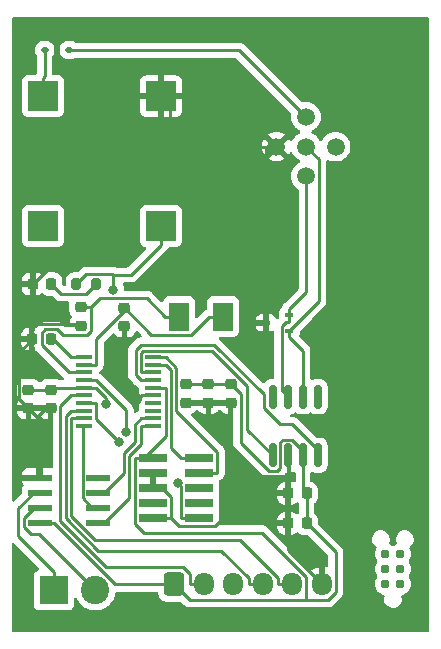
<source format=gbr>
G04 #@! TF.GenerationSoftware,KiCad,Pcbnew,7.0.5*
G04 #@! TF.CreationDate,2023-07-03T11:33:57+02:00*
G04 #@! TF.ProjectId,STM32CAN,53544d33-3243-4414-9e2e-6b696361645f,rev?*
G04 #@! TF.SameCoordinates,Original*
G04 #@! TF.FileFunction,Copper,L1,Top*
G04 #@! TF.FilePolarity,Positive*
%FSLAX46Y46*%
G04 Gerber Fmt 4.6, Leading zero omitted, Abs format (unit mm)*
G04 Created by KiCad (PCBNEW 7.0.5) date 2023-07-03 11:33:57*
%MOMM*%
%LPD*%
G01*
G04 APERTURE LIST*
G04 Aperture macros list*
%AMRoundRect*
0 Rectangle with rounded corners*
0 $1 Rounding radius*
0 $2 $3 $4 $5 $6 $7 $8 $9 X,Y pos of 4 corners*
0 Add a 4 corners polygon primitive as box body*
4,1,4,$2,$3,$4,$5,$6,$7,$8,$9,$2,$3,0*
0 Add four circle primitives for the rounded corners*
1,1,$1+$1,$2,$3*
1,1,$1+$1,$4,$5*
1,1,$1+$1,$6,$7*
1,1,$1+$1,$8,$9*
0 Add four rect primitives between the rounded corners*
20,1,$1+$1,$2,$3,$4,$5,0*
20,1,$1+$1,$4,$5,$6,$7,0*
20,1,$1+$1,$6,$7,$8,$9,0*
20,1,$1+$1,$8,$9,$2,$3,0*%
G04 Aperture macros list end*
G04 #@! TA.AperFunction,SMDPad,CuDef*
%ADD10C,0.787000*%
G04 #@! TD*
G04 #@! TA.AperFunction,SMDPad,CuDef*
%ADD11RoundRect,0.218750X0.256250X-0.218750X0.256250X0.218750X-0.256250X0.218750X-0.256250X-0.218750X0*%
G04 #@! TD*
G04 #@! TA.AperFunction,SMDPad,CuDef*
%ADD12RoundRect,0.218750X-0.256250X0.218750X-0.256250X-0.218750X0.256250X-0.218750X0.256250X0.218750X0*%
G04 #@! TD*
G04 #@! TA.AperFunction,SMDPad,CuDef*
%ADD13RoundRect,0.218750X0.218750X0.256250X-0.218750X0.256250X-0.218750X-0.256250X0.218750X-0.256250X0*%
G04 #@! TD*
G04 #@! TA.AperFunction,SMDPad,CuDef*
%ADD14R,0.700000X0.450000*%
G04 #@! TD*
G04 #@! TA.AperFunction,SMDPad,CuDef*
%ADD15RoundRect,0.218750X-0.218750X-0.256250X0.218750X-0.256250X0.218750X0.256250X-0.218750X0.256250X0*%
G04 #@! TD*
G04 #@! TA.AperFunction,SMDPad,CuDef*
%ADD16R,1.450000X0.450000*%
G04 #@! TD*
G04 #@! TA.AperFunction,SMDPad,CuDef*
%ADD17RoundRect,0.150000X0.150000X-0.825000X0.150000X0.825000X-0.150000X0.825000X-0.150000X-0.825000X0*%
G04 #@! TD*
G04 #@! TA.AperFunction,SMDPad,CuDef*
%ADD18R,1.700000X2.400000*%
G04 #@! TD*
G04 #@! TA.AperFunction,SMDPad,CuDef*
%ADD19RoundRect,0.112500X-0.187500X-0.112500X0.187500X-0.112500X0.187500X0.112500X-0.187500X0.112500X0*%
G04 #@! TD*
G04 #@! TA.AperFunction,ComponentPad*
%ADD20RoundRect,0.250000X-0.600000X-0.725000X0.600000X-0.725000X0.600000X0.725000X-0.600000X0.725000X0*%
G04 #@! TD*
G04 #@! TA.AperFunction,ComponentPad*
%ADD21O,1.700000X1.950000*%
G04 #@! TD*
G04 #@! TA.AperFunction,SMDPad,CuDef*
%ADD22RoundRect,0.200000X0.200000X0.275000X-0.200000X0.275000X-0.200000X-0.275000X0.200000X-0.275000X0*%
G04 #@! TD*
G04 #@! TA.AperFunction,ComponentPad*
%ADD23R,2.400000X2.400000*%
G04 #@! TD*
G04 #@! TA.AperFunction,ComponentPad*
%ADD24C,2.400000*%
G04 #@! TD*
G04 #@! TA.AperFunction,SMDPad,CuDef*
%ADD25RoundRect,0.041300X-0.943700X-0.253700X0.943700X-0.253700X0.943700X0.253700X-0.943700X0.253700X0*%
G04 #@! TD*
G04 #@! TA.AperFunction,SMDPad,CuDef*
%ADD26R,2.500000X2.500000*%
G04 #@! TD*
G04 #@! TA.AperFunction,SMDPad,CuDef*
%ADD27R,2.400000X0.740000*%
G04 #@! TD*
G04 #@! TA.AperFunction,ComponentPad*
%ADD28C,1.500000*%
G04 #@! TD*
G04 #@! TA.AperFunction,ViaPad*
%ADD29C,0.800000*%
G04 #@! TD*
G04 #@! TA.AperFunction,Conductor*
%ADD30C,0.250000*%
G04 #@! TD*
G04 APERTURE END LIST*
D10*
X48387000Y-99822000D03*
X47117000Y-99822000D03*
X48387000Y-98552000D03*
X47117000Y-98552000D03*
X48387000Y-97282000D03*
X47117000Y-97282000D03*
D11*
X16891000Y-84947500D03*
X16891000Y-83372500D03*
X18796000Y-84947500D03*
X18796000Y-83372500D03*
X30226000Y-84465000D03*
X30226000Y-82890000D03*
X32131000Y-84465000D03*
X32131000Y-82890000D03*
X34036000Y-84465000D03*
X34036000Y-82890000D03*
D12*
X25019000Y-76413000D03*
X25019000Y-77988000D03*
X21336000Y-76387500D03*
X21336000Y-77962500D03*
D13*
X40437000Y-92140000D03*
X38862000Y-92140000D03*
X40437000Y-94680000D03*
X38862000Y-94680000D03*
D14*
X38989000Y-78359000D03*
X38989000Y-77059000D03*
X36989000Y-77709000D03*
D15*
X17221000Y-79080000D03*
X18796000Y-79080000D03*
D16*
X21561000Y-80600000D03*
X21561000Y-81250000D03*
X21561000Y-81900000D03*
X21561000Y-82550000D03*
X21561000Y-83200000D03*
X21561000Y-83850000D03*
X21561000Y-84500000D03*
X21561000Y-85150000D03*
X21561000Y-85800000D03*
X21561000Y-86450000D03*
X27461000Y-86450000D03*
X27461000Y-85800000D03*
X27461000Y-85150000D03*
X27461000Y-84500000D03*
X27461000Y-83850000D03*
X27461000Y-83200000D03*
X27461000Y-82550000D03*
X27461000Y-81900000D03*
X27461000Y-81250000D03*
X27461000Y-80600000D03*
D17*
X37592000Y-88900000D03*
X38862000Y-88900000D03*
X40132000Y-88900000D03*
X41402000Y-88900000D03*
X41402000Y-83950000D03*
X40132000Y-83950000D03*
X38862000Y-83950000D03*
X37592000Y-83950000D03*
D18*
X33346000Y-77175000D03*
X29646000Y-77175000D03*
D19*
X18254000Y-54610000D03*
X20354000Y-54610000D03*
D20*
X29210000Y-99822000D03*
D21*
X31710000Y-99822000D03*
X34210000Y-99822000D03*
X36710000Y-99822000D03*
X39210000Y-99822000D03*
X41710000Y-99822000D03*
D22*
X22606000Y-74422000D03*
X20956000Y-74422000D03*
D15*
X17246500Y-74422000D03*
X18821500Y-74422000D03*
D23*
X19050000Y-100330000D03*
D24*
X22550000Y-100330000D03*
D25*
X17845000Y-90805000D03*
X17845000Y-92075000D03*
X17845000Y-93345000D03*
X17845000Y-94615000D03*
X22795000Y-94615000D03*
X22795000Y-93345000D03*
X22795000Y-92075000D03*
X22795000Y-90805000D03*
D26*
X18114000Y-58508000D03*
X28114000Y-58508000D03*
X28114000Y-69508000D03*
X18114000Y-69508000D03*
D27*
X27432000Y-89154000D03*
X31332000Y-89154000D03*
X27432000Y-90424000D03*
X31332000Y-90424000D03*
X27432000Y-91694000D03*
X31332000Y-91694000D03*
X27432000Y-92964000D03*
X31332000Y-92964000D03*
X27432000Y-94234000D03*
X31332000Y-94234000D03*
D28*
X42886000Y-62778000D03*
X40386000Y-60278000D03*
X37886000Y-62778000D03*
X40386000Y-65278000D03*
X40386000Y-62778000D03*
D29*
X28702000Y-74422000D03*
X19304000Y-76708000D03*
X17780000Y-81534000D03*
X16510000Y-102362000D03*
X16510000Y-87884000D03*
X16764000Y-72136000D03*
X24638000Y-72136000D03*
X38100000Y-74930000D03*
X33020000Y-53086000D03*
X33020000Y-56388000D03*
X16764000Y-53086000D03*
X49276000Y-53086000D03*
X42672000Y-92202000D03*
X41402000Y-78486000D03*
X49530000Y-74930000D03*
X49784000Y-92456000D03*
X49784000Y-102362000D03*
X25654000Y-102362000D03*
X40132000Y-96266000D03*
X36322000Y-80772000D03*
X32512000Y-86360000D03*
X35560000Y-91948000D03*
X24542500Y-87767600D03*
X29513500Y-91279100D03*
X25159800Y-86925400D03*
X26118000Y-84275000D03*
X23444000Y-84535800D03*
X24077100Y-74898000D03*
D30*
X18990700Y-79080000D02*
X18796000Y-79080000D01*
X20510700Y-80600000D02*
X18990700Y-79080000D01*
X21561000Y-80600000D02*
X20510700Y-80600000D01*
X20510700Y-94066400D02*
X20510700Y-85800000D01*
X22531600Y-96087300D02*
X20510700Y-94066400D01*
X34814200Y-96087300D02*
X22531600Y-96087300D01*
X38034700Y-99307800D02*
X34814200Y-96087300D01*
X38034700Y-99822000D02*
X38034700Y-99307800D01*
X39210000Y-99822000D02*
X38034700Y-99822000D01*
X21561000Y-85800000D02*
X20510700Y-85800000D01*
X36710000Y-99822000D02*
X35534700Y-99822000D01*
X21561000Y-85150000D02*
X20510700Y-85150000D01*
X35534700Y-99307800D02*
X35534700Y-99822000D01*
X33214900Y-96988000D02*
X35534700Y-99307800D01*
X22775800Y-96988000D02*
X33214900Y-96988000D01*
X20047500Y-94259700D02*
X22775800Y-96988000D01*
X20047500Y-85613200D02*
X20047500Y-94259700D01*
X20510700Y-85150000D02*
X20047500Y-85613200D01*
X21561000Y-84500000D02*
X22611300Y-84500000D01*
X22611300Y-85836400D02*
X22611300Y-84500000D01*
X24542500Y-87767600D02*
X22611300Y-85836400D01*
X19597200Y-84763500D02*
X20510700Y-83850000D01*
X19597200Y-94446300D02*
X19597200Y-84763500D01*
X23490000Y-98339100D02*
X19597200Y-94446300D01*
X29933300Y-98339100D02*
X23490000Y-98339100D01*
X30534700Y-98940500D02*
X29933300Y-98339100D01*
X30534700Y-99822000D02*
X30534700Y-98940500D01*
X31710000Y-99822000D02*
X30534700Y-99822000D01*
X21561000Y-83850000D02*
X20510700Y-83850000D01*
X27461000Y-81900000D02*
X26410700Y-81900000D01*
X26410700Y-80225100D02*
X26410700Y-81900000D01*
X26586200Y-80049600D02*
X26410700Y-80225100D01*
X32468600Y-80049600D02*
X26586200Y-80049600D01*
X35431300Y-83012300D02*
X32468600Y-80049600D01*
X35431300Y-86739400D02*
X35431300Y-83012300D01*
X35431400Y-86739400D02*
X35431300Y-86739400D01*
X37592000Y-88900000D02*
X35431400Y-86739400D01*
X26400400Y-82550000D02*
X27461000Y-82550000D01*
X25957500Y-82107100D02*
X26400400Y-82550000D01*
X25957500Y-80041400D02*
X25957500Y-82107100D01*
X26422900Y-79576000D02*
X25957500Y-80041400D01*
X32631900Y-79576000D02*
X26422900Y-79576000D01*
X36826300Y-83770400D02*
X32631900Y-79576000D01*
X36826300Y-84929700D02*
X36826300Y-83770400D01*
X38208000Y-86311400D02*
X36826300Y-84929700D01*
X39232000Y-86311400D02*
X38208000Y-86311400D01*
X41402000Y-88481400D02*
X39232000Y-86311400D01*
X41402000Y-88900000D02*
X41402000Y-88481400D01*
X21561000Y-82550000D02*
X22611300Y-82550000D01*
X31332000Y-94234000D02*
X29806700Y-94234000D01*
X25159800Y-85098500D02*
X25159800Y-86925400D01*
X22611300Y-82550000D02*
X25159800Y-85098500D01*
X29806700Y-91572300D02*
X29513500Y-91279100D01*
X29806700Y-94234000D02*
X29806700Y-91572300D01*
X28961700Y-81700400D02*
X28511300Y-81250000D01*
X28961700Y-88309000D02*
X28961700Y-81700400D01*
X29806700Y-89154000D02*
X28961700Y-88309000D01*
X31332000Y-89154000D02*
X29806700Y-89154000D01*
X27461000Y-81250000D02*
X28511300Y-81250000D01*
X29418600Y-81507300D02*
X28511300Y-80600000D01*
X29418600Y-85170300D02*
X29418600Y-81507300D01*
X32857300Y-88609000D02*
X29418600Y-85170300D01*
X32857300Y-90424000D02*
X32857300Y-88609000D01*
X31332000Y-90424000D02*
X32857300Y-90424000D01*
X27461000Y-80600000D02*
X28511300Y-80600000D01*
X17398900Y-93345000D02*
X17845000Y-93345000D01*
X16509700Y-94234200D02*
X17398900Y-93345000D01*
X16509700Y-95000800D02*
X16509700Y-94234200D01*
X17086100Y-95577200D02*
X16509700Y-95000800D01*
X17797200Y-95577200D02*
X17086100Y-95577200D01*
X22550000Y-100330000D02*
X17797200Y-95577200D01*
X16023100Y-95777800D02*
X19050000Y-98804700D01*
X16023100Y-93378500D02*
X16023100Y-95777800D01*
X17326600Y-92075000D02*
X16023100Y-93378500D01*
X17845000Y-92075000D02*
X17326600Y-92075000D01*
X19050000Y-100330000D02*
X19050000Y-98804700D01*
X38989000Y-77059000D02*
X38989000Y-76508700D01*
X38989000Y-77059000D02*
X38989000Y-77609300D01*
X40386000Y-75111700D02*
X38989000Y-76508700D01*
X40386000Y-65278000D02*
X40386000Y-75111700D01*
X38679500Y-77609300D02*
X38989000Y-77609300D01*
X38313600Y-77975200D02*
X38679500Y-77609300D01*
X38313600Y-83401600D02*
X38313600Y-77975200D01*
X38862000Y-83950000D02*
X38313600Y-83401600D01*
X21484400Y-86526600D02*
X21561000Y-86450000D01*
X21484400Y-92526000D02*
X21484400Y-86526600D01*
X22303400Y-93345000D02*
X21484400Y-92526000D01*
X22795000Y-93345000D02*
X22303400Y-93345000D01*
X27461000Y-85800000D02*
X26410700Y-85800000D01*
X25885100Y-86325600D02*
X26410700Y-85800000D01*
X25885100Y-87810600D02*
X25885100Y-86325600D01*
X24940300Y-88755400D02*
X25885100Y-87810600D01*
X24940300Y-90418800D02*
X24940300Y-88755400D01*
X23284100Y-92075000D02*
X24940300Y-90418800D01*
X22795000Y-92075000D02*
X23284100Y-92075000D01*
X26410700Y-88004300D02*
X26410700Y-86450000D01*
X25423500Y-88991500D02*
X26410700Y-88004300D01*
X25423500Y-92516200D02*
X25423500Y-88991500D01*
X23324700Y-94615000D02*
X25423500Y-92516200D01*
X22795000Y-94615000D02*
X23324700Y-94615000D01*
X27461000Y-86450000D02*
X26410700Y-86450000D01*
X40132000Y-80052300D02*
X38989000Y-78909300D01*
X40132000Y-83950000D02*
X40132000Y-80052300D01*
X38989000Y-78359000D02*
X38989000Y-78909300D01*
X41479000Y-75869000D02*
X38989000Y-78359000D01*
X41479000Y-63871000D02*
X41479000Y-75869000D01*
X40386000Y-62778000D02*
X41479000Y-63871000D01*
X21779800Y-75248200D02*
X22606000Y-74422000D01*
X19647700Y-75248200D02*
X21779800Y-75248200D01*
X18821500Y-74422000D02*
X19647700Y-75248200D01*
X34718000Y-54610000D02*
X20354000Y-54610000D01*
X40386000Y-60278000D02*
X34718000Y-54610000D01*
X18254000Y-56792700D02*
X18254000Y-54610000D01*
X18114000Y-56932700D02*
X18254000Y-56792700D01*
X18114000Y-58508000D02*
X18114000Y-56932700D01*
X29646000Y-77175000D02*
X28470700Y-77175000D01*
X22170300Y-76387500D02*
X21336000Y-76387500D01*
X22917700Y-75640100D02*
X22170300Y-76387500D01*
X26935800Y-75640100D02*
X22917700Y-75640100D01*
X28470700Y-77175000D02*
X26935800Y-75640100D01*
X20319500Y-81900000D02*
X21561000Y-81900000D01*
X18008500Y-79589000D02*
X20319500Y-81900000D01*
X18008500Y-78569300D02*
X18008500Y-79589000D01*
X18311400Y-78266400D02*
X18008500Y-78569300D01*
X19322000Y-78266400D02*
X18311400Y-78266400D01*
X19786300Y-78730700D02*
X19322000Y-78266400D01*
X21813500Y-78730700D02*
X19786300Y-78730700D01*
X22170300Y-78373900D02*
X21813500Y-78730700D01*
X22170300Y-76387500D02*
X22170300Y-78373900D01*
X33346000Y-77175000D02*
X32170700Y-77175000D01*
X21561000Y-81250000D02*
X22611300Y-81250000D01*
X22611300Y-79114800D02*
X22611300Y-81250000D01*
X25166100Y-76560000D02*
X22611300Y-79114800D01*
X27306400Y-78700400D02*
X25166100Y-76560000D01*
X30645300Y-78700400D02*
X27306400Y-78700400D01*
X32170700Y-77175000D02*
X30645300Y-78700400D01*
X25166100Y-76560000D02*
X25019000Y-76413000D01*
X38862000Y-92140000D02*
X38862000Y-94680000D01*
X32131000Y-84465000D02*
X30226000Y-84465000D01*
X28114000Y-58508000D02*
X28901700Y-58508000D01*
X28901700Y-58508000D02*
X28901700Y-62766800D01*
X34036000Y-84465000D02*
X32131000Y-84465000D01*
X26410700Y-83982300D02*
X26410700Y-83850000D01*
X26118000Y-84275000D02*
X26410700Y-83982300D01*
X27461000Y-83850000D02*
X26410700Y-83850000D01*
X16079700Y-84136200D02*
X16891000Y-84947500D01*
X16079700Y-80221300D02*
X16079700Y-84136200D01*
X17221000Y-79080000D02*
X16079700Y-80221300D01*
X16891000Y-84947500D02*
X17617900Y-85674300D01*
X17617800Y-85674400D02*
X17617900Y-85674300D01*
X17617800Y-90577800D02*
X17617800Y-85674400D01*
X17845000Y-90805000D02*
X17617800Y-90577800D01*
X18344700Y-84947500D02*
X18796000Y-84947500D01*
X17617900Y-85674300D02*
X18344700Y-84947500D01*
X36989000Y-77709000D02*
X36989000Y-77158700D01*
X36989000Y-62778000D02*
X36989000Y-77158700D01*
X37886000Y-62778000D02*
X36989000Y-62778000D01*
X28912900Y-62778000D02*
X28901700Y-62766800D01*
X36989000Y-62778000D02*
X28912900Y-62778000D01*
X25019000Y-83176000D02*
X26118000Y-84275000D01*
X25019000Y-77988000D02*
X25019000Y-83176000D01*
X38862000Y-92140000D02*
X38862000Y-90694700D01*
X38862000Y-90694700D02*
X38862000Y-88900000D01*
X27432000Y-91694000D02*
X27432000Y-90424000D01*
X34036000Y-90694700D02*
X38862000Y-90694700D01*
X34036000Y-84465000D02*
X34036000Y-90694700D01*
X29652600Y-94929300D02*
X28957300Y-94234000D01*
X32669900Y-94929300D02*
X29652600Y-94929300D01*
X34036000Y-93563200D02*
X32669900Y-94929300D01*
X34036000Y-90694700D02*
X34036000Y-93563200D01*
X27432000Y-94234000D02*
X28844700Y-94234000D01*
X28844700Y-94234000D02*
X28957300Y-94234000D01*
X28200600Y-91694000D02*
X27432000Y-91694000D01*
X28957300Y-92450700D02*
X28200600Y-91694000D01*
X28957300Y-94234000D02*
X28957300Y-92450700D01*
X38862000Y-96974000D02*
X38862000Y-94680000D01*
X41710000Y-99822000D02*
X38862000Y-96974000D01*
X28901700Y-62766800D02*
X17246500Y-74422000D01*
X17246500Y-74422000D02*
X17246500Y-77803700D01*
X17221000Y-77829200D02*
X17246500Y-77803700D01*
X17221000Y-79080000D02*
X17221000Y-77829200D01*
X21177200Y-77803700D02*
X21336000Y-77962500D01*
X17246500Y-77803700D02*
X21177200Y-77803700D01*
X40437000Y-92140000D02*
X40437000Y-94680000D01*
X32131000Y-82890000D02*
X30226000Y-82890000D01*
X34036000Y-82890000D02*
X32131000Y-82890000D01*
X19048300Y-94615000D02*
X17845000Y-94615000D01*
X24255300Y-99822000D02*
X19048300Y-94615000D01*
X29210000Y-99822000D02*
X24255300Y-99822000D01*
X40389700Y-99205000D02*
X40389700Y-101172200D01*
X36665900Y-95481200D02*
X40389700Y-99205000D01*
X26645000Y-95481200D02*
X36665900Y-95481200D01*
X25906700Y-94742900D02*
X26645000Y-95481200D01*
X25906700Y-89154000D02*
X25906700Y-94742900D01*
X42229700Y-101172200D02*
X40389700Y-101172200D01*
X42895200Y-100506700D02*
X42229700Y-101172200D01*
X42895200Y-97138200D02*
X42895200Y-100506700D01*
X40437000Y-94680000D02*
X42895200Y-97138200D01*
X30560200Y-101172200D02*
X29210000Y-99822000D01*
X40389700Y-101172200D02*
X30560200Y-101172200D01*
X21035900Y-83200000D02*
X20510700Y-83200000D01*
X21035900Y-83200000D02*
X21561000Y-83200000D01*
X23444000Y-84032700D02*
X22611300Y-83200000D01*
X23444000Y-84535800D02*
X23444000Y-84032700D01*
X21561000Y-83200000D02*
X22611300Y-83200000D01*
X27432000Y-89154000D02*
X26669400Y-89154000D01*
X26669400Y-89154000D02*
X25906700Y-89154000D01*
X28511300Y-87312100D02*
X28511300Y-83200000D01*
X26669400Y-89154000D02*
X28511300Y-87312100D01*
X27461000Y-83200000D02*
X28511300Y-83200000D01*
X28114000Y-69508000D02*
X28114000Y-71083300D01*
X40132000Y-91835000D02*
X40132000Y-88900000D01*
X40437000Y-92140000D02*
X40132000Y-91835000D01*
X34847300Y-83701300D02*
X34036000Y-82890000D01*
X34847300Y-87852200D02*
X34847300Y-83701300D01*
X37217700Y-90222600D02*
X34847300Y-87852200D01*
X37972800Y-90222600D02*
X37217700Y-90222600D01*
X38227000Y-89968400D02*
X37972800Y-90222600D01*
X38227000Y-87833300D02*
X38227000Y-89968400D01*
X38463200Y-87597100D02*
X38227000Y-87833300D01*
X39207200Y-87597100D02*
X38463200Y-87597100D01*
X40132000Y-88521900D02*
X39207200Y-87597100D01*
X40132000Y-88900000D02*
X40132000Y-88521900D01*
X25543800Y-73653500D02*
X28114000Y-71083300D01*
X24077100Y-73653500D02*
X25543800Y-73653500D01*
X21778800Y-73599200D02*
X20956000Y-74422000D01*
X24022800Y-73599200D02*
X21778800Y-73599200D01*
X24077100Y-73653500D02*
X24022800Y-73599200D01*
X18968500Y-83200000D02*
X18796000Y-83372500D01*
X20510700Y-83200000D02*
X18968500Y-83200000D01*
X18796000Y-83372500D02*
X16891000Y-83372500D01*
X24077100Y-73653500D02*
X24077100Y-74898000D01*
G04 #@! TA.AperFunction,Conductor*
G36*
X50743039Y-51835685D02*
G01*
X50788794Y-51888489D01*
X50800000Y-51940000D01*
X50800000Y-103762000D01*
X50780315Y-103829039D01*
X50727511Y-103874794D01*
X50676000Y-103886000D01*
X15618000Y-103886000D01*
X15550961Y-103866315D01*
X15505206Y-103813511D01*
X15494000Y-103762000D01*
X15494000Y-96443966D01*
X15513685Y-96376927D01*
X15566489Y-96331172D01*
X15635647Y-96321228D01*
X15699203Y-96350253D01*
X15705681Y-96356285D01*
X17776695Y-98427300D01*
X17810180Y-98488623D01*
X17805196Y-98558315D01*
X17763324Y-98614248D01*
X17732349Y-98631162D01*
X17603795Y-98679111D01*
X17486739Y-98766739D01*
X17399111Y-98883795D01*
X17348011Y-99020795D01*
X17348011Y-99020797D01*
X17341500Y-99081345D01*
X17341500Y-101578654D01*
X17348011Y-101639202D01*
X17348011Y-101639204D01*
X17394256Y-101763187D01*
X17399111Y-101776204D01*
X17486739Y-101893261D01*
X17603796Y-101980889D01*
X17740799Y-102031989D01*
X17768050Y-102034918D01*
X17801345Y-102038499D01*
X17801362Y-102038500D01*
X20298638Y-102038500D01*
X20298654Y-102038499D01*
X20325692Y-102035591D01*
X20359201Y-102031989D01*
X20496204Y-101980889D01*
X20613261Y-101893261D01*
X20700889Y-101776204D01*
X20746555Y-101653768D01*
X20751988Y-101639204D01*
X20751988Y-101639203D01*
X20751989Y-101639201D01*
X20758438Y-101579218D01*
X20758499Y-101578654D01*
X20758500Y-101578637D01*
X20758500Y-101097140D01*
X20778185Y-101030101D01*
X20830989Y-100984346D01*
X20900147Y-100974402D01*
X20963703Y-101003427D01*
X20997927Y-101051836D01*
X21006378Y-101073369D01*
X21134413Y-101295131D01*
X21171645Y-101341818D01*
X21294072Y-101495338D01*
X21435458Y-101626524D01*
X21481781Y-101669505D01*
X21693355Y-101813754D01*
X21693360Y-101813756D01*
X21693361Y-101813757D01*
X21693362Y-101813758D01*
X21743700Y-101837999D01*
X21924061Y-101924856D01*
X21924062Y-101924856D01*
X21924065Y-101924858D01*
X22168757Y-102000335D01*
X22168758Y-102000335D01*
X22168761Y-102000336D01*
X22421958Y-102038499D01*
X22421963Y-102038499D01*
X22421966Y-102038500D01*
X22421967Y-102038500D01*
X22678033Y-102038500D01*
X22678034Y-102038500D01*
X22721232Y-102031989D01*
X22931238Y-102000336D01*
X22931239Y-102000335D01*
X22931243Y-102000335D01*
X23175935Y-101924858D01*
X23406646Y-101813754D01*
X23618219Y-101669505D01*
X23805931Y-101495334D01*
X23965587Y-101295131D01*
X24093622Y-101073369D01*
X24187174Y-100835001D01*
X24244155Y-100585353D01*
X24244594Y-100579500D01*
X24245289Y-100570232D01*
X24269929Y-100504851D01*
X24326005Y-100463171D01*
X24368942Y-100455500D01*
X27727501Y-100455500D01*
X27794540Y-100475185D01*
X27840295Y-100527989D01*
X27851501Y-100579500D01*
X27851501Y-100597553D01*
X27862113Y-100701427D01*
X27917884Y-100869735D01*
X27917886Y-100869740D01*
X27922110Y-100876588D01*
X28010970Y-101020652D01*
X28136348Y-101146030D01*
X28287262Y-101239115D01*
X28455574Y-101294887D01*
X28559455Y-101305500D01*
X29746233Y-101305499D01*
X29813272Y-101325184D01*
X29833914Y-101341818D01*
X30053110Y-101561014D01*
X30063016Y-101573378D01*
X30063226Y-101573205D01*
X30068200Y-101579218D01*
X30118602Y-101626548D01*
X30119976Y-101627880D01*
X30140430Y-101648334D01*
X30146002Y-101652656D01*
X30150442Y-101656449D01*
X30184878Y-101688786D01*
X30202767Y-101698620D01*
X30219033Y-101709304D01*
X30235159Y-101721813D01*
X30278498Y-101740567D01*
X30283745Y-101743137D01*
X30325140Y-101765895D01*
X30344918Y-101770973D01*
X30363319Y-101777273D01*
X30382055Y-101785381D01*
X30426562Y-101792429D01*
X30428703Y-101792769D01*
X30434412Y-101793951D01*
X30480170Y-101805700D01*
X30500584Y-101805700D01*
X30519983Y-101807227D01*
X30540143Y-101810420D01*
X30587165Y-101805975D01*
X30593004Y-101805700D01*
X40309670Y-101805700D01*
X40318095Y-101805700D01*
X40341326Y-101807896D01*
X40345843Y-101808757D01*
X40349606Y-101809475D01*
X40407680Y-101805821D01*
X40411553Y-101805700D01*
X42146066Y-101805700D01*
X42161813Y-101807438D01*
X42161839Y-101807168D01*
X42169606Y-101807902D01*
X42169608Y-101807901D01*
X42169609Y-101807902D01*
X42178959Y-101807608D01*
X42238691Y-101805731D01*
X42240639Y-101805700D01*
X42269557Y-101805700D01*
X42270922Y-101805527D01*
X42276562Y-101804814D01*
X42282385Y-101804356D01*
X42308408Y-101803538D01*
X42329590Y-101802873D01*
X42339381Y-101800027D01*
X42349181Y-101797180D01*
X42368238Y-101793232D01*
X42388497Y-101790674D01*
X42432421Y-101773282D01*
X42437921Y-101771399D01*
X42483293Y-101758218D01*
X42500865Y-101747825D01*
X42518332Y-101739268D01*
X42537317Y-101731752D01*
X42575526Y-101703990D01*
X42580404Y-101700785D01*
X42621062Y-101676742D01*
X42635502Y-101662300D01*
X42650292Y-101649670D01*
X42666807Y-101637672D01*
X42696922Y-101601267D01*
X42700826Y-101596976D01*
X43284013Y-101013789D01*
X43296377Y-101003886D01*
X43296203Y-101003676D01*
X43302216Y-100998701D01*
X43302215Y-100998701D01*
X43302218Y-100998700D01*
X43337082Y-100961573D01*
X43349531Y-100948316D01*
X43350856Y-100946947D01*
X43371335Y-100926470D01*
X43375661Y-100920892D01*
X43379450Y-100916455D01*
X43411786Y-100882021D01*
X43421619Y-100864132D01*
X43432302Y-100847869D01*
X43444814Y-100831741D01*
X43463571Y-100788391D01*
X43466141Y-100783147D01*
X43488893Y-100741764D01*
X43488893Y-100741763D01*
X43488895Y-100741760D01*
X43493974Y-100721973D01*
X43500270Y-100703585D01*
X43508381Y-100684845D01*
X43515769Y-100638197D01*
X43516951Y-100632486D01*
X43528700Y-100586730D01*
X43528700Y-100566314D01*
X43530227Y-100546914D01*
X43531528Y-100538700D01*
X43533420Y-100526757D01*
X43528975Y-100479733D01*
X43528700Y-100473895D01*
X43528700Y-97221832D01*
X43530439Y-97206080D01*
X43530168Y-97206055D01*
X43530902Y-97198293D01*
X43528731Y-97129195D01*
X43528700Y-97127247D01*
X43528700Y-97098347D01*
X43528700Y-97098344D01*
X43527814Y-97091341D01*
X43527357Y-97085522D01*
X43525874Y-97038311D01*
X43520176Y-97018699D01*
X43516233Y-96999666D01*
X43513674Y-96979403D01*
X43496285Y-96935486D01*
X43494396Y-96929966D01*
X43481218Y-96884607D01*
X43470826Y-96867035D01*
X43462266Y-96849562D01*
X43454752Y-96830583D01*
X43426994Y-96792379D01*
X43423787Y-96787496D01*
X43400960Y-96748898D01*
X43399742Y-96746838D01*
X43385308Y-96732404D01*
X43372671Y-96717609D01*
X43360672Y-96701093D01*
X43360670Y-96701090D01*
X43324273Y-96670981D01*
X43319951Y-96667047D01*
X42708575Y-96055671D01*
X45986192Y-96055671D01*
X46010823Y-96195366D01*
X46016474Y-96227412D01*
X46085547Y-96387539D01*
X46189685Y-96527422D01*
X46189689Y-96527425D01*
X46326511Y-96642233D01*
X46365213Y-96700404D01*
X46366321Y-96770265D01*
X46354192Y-96799222D01*
X46288444Y-96913101D01*
X46232421Y-97085522D01*
X46229851Y-97093431D01*
X46210032Y-97282000D01*
X46229851Y-97470569D01*
X46229852Y-97470572D01*
X46288444Y-97650898D01*
X46383245Y-97815100D01*
X46383250Y-97815107D01*
X46400287Y-97834028D01*
X46430517Y-97897020D01*
X46421892Y-97966355D01*
X46400287Y-97999972D01*
X46383250Y-98018892D01*
X46383245Y-98018899D01*
X46288444Y-98183101D01*
X46234794Y-98348218D01*
X46229851Y-98363431D01*
X46210032Y-98552000D01*
X46229851Y-98740569D01*
X46229852Y-98740572D01*
X46288444Y-98920898D01*
X46383245Y-99085100D01*
X46383250Y-99085107D01*
X46400287Y-99104028D01*
X46430517Y-99167020D01*
X46421892Y-99236355D01*
X46400287Y-99269972D01*
X46383250Y-99288892D01*
X46383245Y-99288899D01*
X46288444Y-99453101D01*
X46270690Y-99507742D01*
X46229851Y-99633431D01*
X46210032Y-99822000D01*
X46229851Y-100010569D01*
X46229852Y-100010572D01*
X46288444Y-100190898D01*
X46308540Y-100225705D01*
X46383247Y-100355102D01*
X46439665Y-100417761D01*
X46510119Y-100496009D01*
X46510120Y-100496010D01*
X46663511Y-100607454D01*
X46663516Y-100607457D01*
X46836726Y-100684576D01*
X46836731Y-100684578D01*
X46948198Y-100708271D01*
X47009680Y-100741463D01*
X47043456Y-100802626D01*
X47041208Y-100865123D01*
X47039826Y-100869740D01*
X47012333Y-100961573D01*
X47012331Y-100961581D01*
X47002192Y-101135670D01*
X47002192Y-101135671D01*
X47032136Y-101305500D01*
X47032474Y-101307412D01*
X47101547Y-101467539D01*
X47205685Y-101607422D01*
X47205686Y-101607423D01*
X47205688Y-101607425D01*
X47288300Y-101676744D01*
X47339275Y-101719517D01*
X47495116Y-101797783D01*
X47664805Y-101838000D01*
X47664807Y-101838000D01*
X47795448Y-101838000D01*
X47795455Y-101838000D01*
X47925211Y-101822834D01*
X48089084Y-101763189D01*
X48234784Y-101667360D01*
X48354458Y-101540513D01*
X48441653Y-101389487D01*
X48491668Y-101222423D01*
X48501808Y-101048329D01*
X48471526Y-100876588D01*
X48471526Y-100876587D01*
X48469455Y-100869670D01*
X48470985Y-100869211D01*
X48463554Y-100808401D01*
X48493919Y-100745475D01*
X48553484Y-100708954D01*
X48560093Y-100707358D01*
X48667269Y-100684578D01*
X48840484Y-100607457D01*
X48891720Y-100570232D01*
X48993879Y-100496010D01*
X48993880Y-100496009D01*
X49030354Y-100455500D01*
X49120753Y-100355102D01*
X49215556Y-100190897D01*
X49274149Y-100010569D01*
X49293968Y-99822000D01*
X49274149Y-99633431D01*
X49215556Y-99453103D01*
X49120753Y-99288898D01*
X49103712Y-99269972D01*
X49073482Y-99206983D01*
X49082105Y-99137648D01*
X49103711Y-99104028D01*
X49120753Y-99085102D01*
X49215556Y-98920897D01*
X49274149Y-98740569D01*
X49293968Y-98552000D01*
X49274149Y-98363431D01*
X49215556Y-98183103D01*
X49120753Y-98018898D01*
X49103712Y-97999972D01*
X49073482Y-97936983D01*
X49082105Y-97867648D01*
X49103711Y-97834028D01*
X49120753Y-97815102D01*
X49215556Y-97650897D01*
X49274149Y-97470569D01*
X49293968Y-97282000D01*
X49274149Y-97093431D01*
X49215556Y-96913103D01*
X49167913Y-96830583D01*
X49147438Y-96795118D01*
X49130965Y-96727218D01*
X49153818Y-96661191D01*
X49186682Y-96629520D01*
X49250784Y-96587360D01*
X49370458Y-96460513D01*
X49457653Y-96309487D01*
X49507668Y-96142423D01*
X49517808Y-95968329D01*
X49487526Y-95796588D01*
X49418453Y-95636461D01*
X49314315Y-95496578D01*
X49314312Y-95496576D01*
X49314311Y-95496574D01*
X49180725Y-95384483D01*
X49180723Y-95384482D01*
X49024887Y-95306218D01*
X49024885Y-95306217D01*
X49024884Y-95306217D01*
X48855195Y-95266000D01*
X48724545Y-95266000D01*
X48623623Y-95277795D01*
X48594787Y-95281166D01*
X48594785Y-95281167D01*
X48430917Y-95340810D01*
X48430913Y-95340812D01*
X48285218Y-95436637D01*
X48285217Y-95436638D01*
X48165543Y-95563485D01*
X48165539Y-95563490D01*
X48078347Y-95714511D01*
X48028333Y-95881573D01*
X48028331Y-95881581D01*
X48018192Y-96055670D01*
X48018192Y-96055671D01*
X48048473Y-96227411D01*
X48078795Y-96297705D01*
X48087273Y-96367058D01*
X48056910Y-96429985D01*
X48015373Y-96460097D01*
X47933513Y-96496544D01*
X47933511Y-96496545D01*
X47824885Y-96575467D01*
X47759079Y-96598947D01*
X47691025Y-96583121D01*
X47679115Y-96575467D01*
X47570488Y-96496545D01*
X47570483Y-96496542D01*
X47492907Y-96462003D01*
X47439670Y-96416753D01*
X47419349Y-96349904D01*
X47424552Y-96313160D01*
X47425650Y-96309491D01*
X47425653Y-96309487D01*
X47475668Y-96142423D01*
X47485808Y-95968329D01*
X47455526Y-95796588D01*
X47386453Y-95636461D01*
X47282315Y-95496578D01*
X47282312Y-95496576D01*
X47282311Y-95496574D01*
X47148725Y-95384483D01*
X47148723Y-95384482D01*
X46992887Y-95306218D01*
X46992885Y-95306217D01*
X46992884Y-95306217D01*
X46823195Y-95266000D01*
X46692545Y-95266000D01*
X46591623Y-95277795D01*
X46562787Y-95281166D01*
X46562785Y-95281167D01*
X46398917Y-95340810D01*
X46398913Y-95340812D01*
X46253218Y-95436637D01*
X46253217Y-95436638D01*
X46133543Y-95563485D01*
X46133539Y-95563490D01*
X46046347Y-95714511D01*
X45996333Y-95881573D01*
X45996331Y-95881581D01*
X45986192Y-96055670D01*
X45986192Y-96055671D01*
X42708575Y-96055671D01*
X41419318Y-94766413D01*
X41385833Y-94705090D01*
X41382999Y-94678732D01*
X41382999Y-94375296D01*
X41382998Y-94375280D01*
X41374658Y-94293643D01*
X41372824Y-94275686D01*
X41319349Y-94114308D01*
X41230100Y-93969613D01*
X41109887Y-93849400D01*
X41109886Y-93849399D01*
X41106818Y-93846331D01*
X41073334Y-93785008D01*
X41070500Y-93758650D01*
X41070500Y-93061349D01*
X41090185Y-92994310D01*
X41106819Y-92973668D01*
X41142909Y-92937578D01*
X41230100Y-92850387D01*
X41319349Y-92705692D01*
X41372824Y-92544314D01*
X41383000Y-92444711D01*
X41382999Y-91835290D01*
X41372824Y-91735686D01*
X41319349Y-91574308D01*
X41230100Y-91429613D01*
X41109887Y-91309400D01*
X40965192Y-91220151D01*
X40850495Y-91182144D01*
X40793051Y-91142372D01*
X40766228Y-91077857D01*
X40765500Y-91064439D01*
X40765500Y-90419717D01*
X40785185Y-90352678D01*
X40837989Y-90306923D01*
X40907147Y-90296979D01*
X40952619Y-90312985D01*
X40988399Y-90334145D01*
X41021353Y-90343719D01*
X41148164Y-90380561D01*
X41148167Y-90380561D01*
X41148169Y-90380562D01*
X41185498Y-90383500D01*
X41185504Y-90383500D01*
X41618496Y-90383500D01*
X41618502Y-90383500D01*
X41655831Y-90380562D01*
X41655833Y-90380561D01*
X41655835Y-90380561D01*
X41751809Y-90352678D01*
X41815601Y-90334145D01*
X41958807Y-90249453D01*
X42076453Y-90131807D01*
X42161145Y-89988601D01*
X42207562Y-89828831D01*
X42210500Y-89791502D01*
X42210500Y-88008498D01*
X42207562Y-87971169D01*
X42202019Y-87952091D01*
X42161146Y-87811403D01*
X42161145Y-87811399D01*
X42076453Y-87668193D01*
X42076451Y-87668191D01*
X42076448Y-87668187D01*
X41958812Y-87550551D01*
X41958803Y-87550544D01*
X41815601Y-87465855D01*
X41815596Y-87465853D01*
X41655835Y-87419438D01*
X41655829Y-87419437D01*
X41618507Y-87416500D01*
X41618502Y-87416500D01*
X41284367Y-87416500D01*
X41217328Y-87396815D01*
X41196686Y-87380181D01*
X39739088Y-85922583D01*
X39729187Y-85910223D01*
X39728977Y-85910398D01*
X39724001Y-85904384D01*
X39724000Y-85904382D01*
X39673614Y-85857067D01*
X39672239Y-85855734D01*
X39651768Y-85835263D01*
X39649792Y-85833731D01*
X39646183Y-85830931D01*
X39641750Y-85827144D01*
X39607321Y-85794814D01*
X39607319Y-85794812D01*
X39589431Y-85784978D01*
X39573170Y-85774297D01*
X39557039Y-85761784D01*
X39513693Y-85743027D01*
X39508445Y-85740456D01*
X39481251Y-85725506D01*
X39467060Y-85717705D01*
X39463660Y-85716832D01*
X39447287Y-85712628D01*
X39428881Y-85706326D01*
X39410144Y-85698218D01*
X39410146Y-85698218D01*
X39363496Y-85690830D01*
X39357781Y-85689646D01*
X39337612Y-85684468D01*
X39312032Y-85677900D01*
X39312030Y-85677900D01*
X39291616Y-85677900D01*
X39272217Y-85676373D01*
X39252058Y-85673180D01*
X39252057Y-85673180D01*
X39205034Y-85677625D01*
X39199196Y-85677900D01*
X39129119Y-85677900D01*
X39062080Y-85658215D01*
X39016325Y-85605411D01*
X39006381Y-85536253D01*
X39035406Y-85472697D01*
X39094184Y-85434923D01*
X39109662Y-85432072D01*
X39109595Y-85431701D01*
X39115828Y-85430562D01*
X39115831Y-85430562D01*
X39115833Y-85430561D01*
X39115835Y-85430561D01*
X39212425Y-85402499D01*
X39275601Y-85384145D01*
X39418807Y-85299453D01*
X39418812Y-85299448D01*
X39420995Y-85297755D01*
X39423029Y-85296956D01*
X39425522Y-85295482D01*
X39425759Y-85295883D01*
X39486030Y-85272217D01*
X39554548Y-85285894D01*
X39573005Y-85297755D01*
X39575197Y-85299456D01*
X39643062Y-85339591D01*
X39718399Y-85384145D01*
X39746958Y-85392442D01*
X39878164Y-85430561D01*
X39878167Y-85430561D01*
X39878169Y-85430562D01*
X39915498Y-85433500D01*
X39915504Y-85433500D01*
X40348496Y-85433500D01*
X40348502Y-85433500D01*
X40385831Y-85430562D01*
X40385833Y-85430561D01*
X40385835Y-85430561D01*
X40482425Y-85402499D01*
X40545601Y-85384145D01*
X40688807Y-85299453D01*
X40688812Y-85299448D01*
X40690995Y-85297755D01*
X40693029Y-85296956D01*
X40695522Y-85295482D01*
X40695759Y-85295883D01*
X40756030Y-85272217D01*
X40824548Y-85285894D01*
X40843005Y-85297755D01*
X40845197Y-85299456D01*
X40913062Y-85339591D01*
X40988399Y-85384145D01*
X41016958Y-85392442D01*
X41148164Y-85430561D01*
X41148167Y-85430561D01*
X41148169Y-85430562D01*
X41185498Y-85433500D01*
X41185504Y-85433500D01*
X41618496Y-85433500D01*
X41618502Y-85433500D01*
X41655831Y-85430562D01*
X41655833Y-85430561D01*
X41655835Y-85430561D01*
X41752425Y-85402499D01*
X41815601Y-85384145D01*
X41958807Y-85299453D01*
X42076453Y-85181807D01*
X42161145Y-85038601D01*
X42203425Y-84893070D01*
X42207561Y-84878835D01*
X42207562Y-84878829D01*
X42209063Y-84859758D01*
X42210500Y-84841502D01*
X42210500Y-83058498D01*
X42207562Y-83021169D01*
X42202864Y-83004999D01*
X42161146Y-82861403D01*
X42161145Y-82861399D01*
X42087082Y-82736166D01*
X42076455Y-82718196D01*
X42076448Y-82718187D01*
X41958812Y-82600551D01*
X41958803Y-82600544D01*
X41815601Y-82515855D01*
X41815596Y-82515853D01*
X41655835Y-82469438D01*
X41655829Y-82469437D01*
X41618507Y-82466500D01*
X41618502Y-82466500D01*
X41185498Y-82466500D01*
X41185492Y-82466500D01*
X41148170Y-82469437D01*
X41148164Y-82469438D01*
X40988403Y-82515853D01*
X40988397Y-82515855D01*
X40952621Y-82537014D01*
X40884897Y-82554197D01*
X40818634Y-82532037D01*
X40774871Y-82477571D01*
X40765500Y-82430282D01*
X40765500Y-80135931D01*
X40767238Y-80120181D01*
X40766968Y-80120156D01*
X40767702Y-80112393D01*
X40765531Y-80043307D01*
X40765500Y-80041359D01*
X40765500Y-80012446D01*
X40764615Y-80005447D01*
X40764156Y-79999614D01*
X40762954Y-79961370D01*
X40762673Y-79952410D01*
X40756977Y-79932808D01*
X40753032Y-79913757D01*
X40750474Y-79893503D01*
X40744191Y-79877634D01*
X40733086Y-79849586D01*
X40731193Y-79844057D01*
X40725982Y-79826120D01*
X40718018Y-79798707D01*
X40707622Y-79781129D01*
X40699066Y-79763662D01*
X40691552Y-79744683D01*
X40663794Y-79706479D01*
X40660587Y-79701596D01*
X40639582Y-79666079D01*
X40636542Y-79660938D01*
X40622108Y-79646504D01*
X40609471Y-79631709D01*
X40597472Y-79615193D01*
X40597470Y-79615190D01*
X40561073Y-79585081D01*
X40556751Y-79581147D01*
X39850562Y-78874958D01*
X39817077Y-78813635D01*
X39822060Y-78743948D01*
X39840989Y-78693201D01*
X39845891Y-78647606D01*
X39847499Y-78632654D01*
X39847500Y-78632637D01*
X39847500Y-78447766D01*
X39867185Y-78380727D01*
X39883819Y-78360085D01*
X40869938Y-77373966D01*
X41867817Y-76376086D01*
X41880178Y-76366185D01*
X41880004Y-76365975D01*
X41886013Y-76361002D01*
X41886018Y-76361000D01*
X41933348Y-76310597D01*
X41934619Y-76309284D01*
X41955135Y-76288770D01*
X41959461Y-76283192D01*
X41963250Y-76278755D01*
X41995586Y-76244321D01*
X42005419Y-76226432D01*
X42016102Y-76210169D01*
X42028614Y-76194041D01*
X42047371Y-76150691D01*
X42049941Y-76145447D01*
X42072693Y-76104064D01*
X42072693Y-76104063D01*
X42072695Y-76104060D01*
X42077774Y-76084273D01*
X42084070Y-76065885D01*
X42092181Y-76047145D01*
X42099569Y-76000497D01*
X42100751Y-75994786D01*
X42112500Y-75949030D01*
X42112500Y-75928614D01*
X42114027Y-75909214D01*
X42115267Y-75901385D01*
X42117220Y-75889057D01*
X42112775Y-75842033D01*
X42112500Y-75836195D01*
X42112500Y-64000552D01*
X42132185Y-63933513D01*
X42184989Y-63887758D01*
X42254147Y-63877814D01*
X42288899Y-63888168D01*
X42453924Y-63965120D01*
X42666629Y-64022115D01*
X42823322Y-64035823D01*
X42885998Y-64041307D01*
X42886000Y-64041307D01*
X42886002Y-64041307D01*
X42940842Y-64036509D01*
X43105371Y-64022115D01*
X43318076Y-63965120D01*
X43517654Y-63872056D01*
X43698038Y-63745749D01*
X43853749Y-63590038D01*
X43980056Y-63409654D01*
X44073120Y-63210076D01*
X44130115Y-62997371D01*
X44149307Y-62778000D01*
X44130115Y-62558629D01*
X44073120Y-62345924D01*
X43980056Y-62146347D01*
X43980054Y-62146344D01*
X43980053Y-62146342D01*
X43916902Y-62056154D01*
X43853749Y-61965962D01*
X43698038Y-61810251D01*
X43517654Y-61683944D01*
X43517650Y-61683942D01*
X43318081Y-61590882D01*
X43318079Y-61590881D01*
X43318076Y-61590880D01*
X43136735Y-61542289D01*
X43105372Y-61533885D01*
X43105365Y-61533884D01*
X42886002Y-61514693D01*
X42885998Y-61514693D01*
X42666634Y-61533884D01*
X42666627Y-61533885D01*
X42453920Y-61590881D01*
X42254346Y-61683944D01*
X42254342Y-61683946D01*
X42073967Y-61810247D01*
X42073960Y-61810252D01*
X41918252Y-61965960D01*
X41918247Y-61965967D01*
X41791946Y-62146342D01*
X41791944Y-62146346D01*
X41748382Y-62239766D01*
X41702210Y-62292205D01*
X41635016Y-62311357D01*
X41568135Y-62291141D01*
X41523618Y-62239766D01*
X41482046Y-62150615D01*
X41480056Y-62146347D01*
X41480054Y-62146344D01*
X41480053Y-62146342D01*
X41416902Y-62056154D01*
X41353749Y-61965962D01*
X41198038Y-61810251D01*
X41017654Y-61683944D01*
X40924233Y-61640381D01*
X40871794Y-61594210D01*
X40852642Y-61527017D01*
X40872857Y-61460136D01*
X40924234Y-61415618D01*
X41017654Y-61372056D01*
X41198038Y-61245749D01*
X41353749Y-61090038D01*
X41480056Y-60909654D01*
X41573120Y-60710076D01*
X41630115Y-60497371D01*
X41649307Y-60278000D01*
X41630115Y-60058629D01*
X41573120Y-59845924D01*
X41480056Y-59646347D01*
X41480054Y-59646344D01*
X41480053Y-59646342D01*
X41416902Y-59556154D01*
X41353749Y-59465962D01*
X41198038Y-59310251D01*
X41017654Y-59183944D01*
X41017650Y-59183942D01*
X40818081Y-59090882D01*
X40818079Y-59090881D01*
X40818076Y-59090880D01*
X40637832Y-59042583D01*
X40605372Y-59033885D01*
X40605365Y-59033884D01*
X40386002Y-59014693D01*
X40385998Y-59014693D01*
X40166634Y-59033884D01*
X40166624Y-59033886D01*
X40134164Y-59042583D01*
X40064314Y-59040918D01*
X40014393Y-59010488D01*
X35225088Y-54221183D01*
X35215187Y-54208823D01*
X35214977Y-54208998D01*
X35210001Y-54202984D01*
X35210000Y-54202982D01*
X35159614Y-54155667D01*
X35158239Y-54154334D01*
X35137768Y-54133863D01*
X35135792Y-54132331D01*
X35132183Y-54129531D01*
X35127750Y-54125744D01*
X35093321Y-54093414D01*
X35093319Y-54093412D01*
X35075431Y-54083578D01*
X35059170Y-54072897D01*
X35043039Y-54060384D01*
X34999693Y-54041627D01*
X34994445Y-54039056D01*
X34967251Y-54024106D01*
X34953060Y-54016305D01*
X34949660Y-54015432D01*
X34933287Y-54011228D01*
X34914881Y-54004926D01*
X34896144Y-53996818D01*
X34896146Y-53996818D01*
X34849496Y-53989430D01*
X34843781Y-53988246D01*
X34823612Y-53983068D01*
X34798032Y-53976500D01*
X34798030Y-53976500D01*
X34777616Y-53976500D01*
X34758217Y-53974973D01*
X34738058Y-53971780D01*
X34738057Y-53971780D01*
X34691034Y-53976225D01*
X34685196Y-53976500D01*
X20914400Y-53976500D01*
X20851279Y-53959232D01*
X20790087Y-53923043D01*
X20790084Y-53923042D01*
X20639422Y-53879270D01*
X20639416Y-53879269D01*
X20604227Y-53876500D01*
X20604220Y-53876500D01*
X20103780Y-53876500D01*
X20103772Y-53876500D01*
X20068583Y-53879269D01*
X20068577Y-53879270D01*
X19917915Y-53923042D01*
X19917912Y-53923043D01*
X19782862Y-54002911D01*
X19782853Y-54002918D01*
X19671918Y-54113853D01*
X19671911Y-54113862D01*
X19592043Y-54248912D01*
X19592042Y-54248915D01*
X19548270Y-54399577D01*
X19548269Y-54399583D01*
X19545500Y-54434772D01*
X19545500Y-54785227D01*
X19548269Y-54820416D01*
X19548270Y-54820422D01*
X19592042Y-54971084D01*
X19592043Y-54971087D01*
X19671911Y-55106137D01*
X19671918Y-55106146D01*
X19782853Y-55217081D01*
X19782857Y-55217084D01*
X19782859Y-55217086D01*
X19917911Y-55296956D01*
X19957644Y-55308499D01*
X20068577Y-55340729D01*
X20068580Y-55340729D01*
X20068582Y-55340730D01*
X20103780Y-55343500D01*
X20103788Y-55343500D01*
X20604212Y-55343500D01*
X20604220Y-55343500D01*
X20639418Y-55340730D01*
X20639420Y-55340729D01*
X20639422Y-55340729D01*
X20679151Y-55329186D01*
X20790089Y-55296956D01*
X20851279Y-55260767D01*
X20914400Y-55243500D01*
X34404234Y-55243500D01*
X34471273Y-55263185D01*
X34491915Y-55279819D01*
X39118489Y-59906393D01*
X39151974Y-59967716D01*
X39150583Y-60026167D01*
X39141885Y-60058626D01*
X39141885Y-60058630D01*
X39124269Y-60259989D01*
X39122693Y-60278000D01*
X39141885Y-60497371D01*
X39198880Y-60710076D01*
X39291944Y-60909654D01*
X39418251Y-61090038D01*
X39573962Y-61245749D01*
X39754346Y-61372056D01*
X39847766Y-61415618D01*
X39900205Y-61461790D01*
X39919357Y-61528984D01*
X39899141Y-61595865D01*
X39847766Y-61640382D01*
X39754346Y-61683944D01*
X39754342Y-61683946D01*
X39573967Y-61810247D01*
X39573960Y-61810252D01*
X39418252Y-61965960D01*
X39418247Y-61965967D01*
X39291946Y-62146342D01*
X39291944Y-62146346D01*
X39243693Y-62249822D01*
X39197521Y-62302261D01*
X39130327Y-62321413D01*
X39063446Y-62301197D01*
X39018929Y-62249822D01*
X38972668Y-62150615D01*
X38929123Y-62088428D01*
X38369076Y-62648475D01*
X38345493Y-62568156D01*
X38267761Y-62447202D01*
X38159100Y-62353048D01*
X38028315Y-62293320D01*
X38018533Y-62291913D01*
X38575572Y-61734874D01*
X38575571Y-61734873D01*
X38513391Y-61691335D01*
X38315159Y-61598898D01*
X38315150Y-61598894D01*
X38103894Y-61542289D01*
X38103884Y-61542287D01*
X37886001Y-61523225D01*
X37885999Y-61523225D01*
X37668115Y-61542287D01*
X37668105Y-61542289D01*
X37456849Y-61598894D01*
X37456840Y-61598898D01*
X37258614Y-61691332D01*
X37258612Y-61691333D01*
X37196428Y-61734875D01*
X37196427Y-61734875D01*
X37753467Y-62291913D01*
X37743685Y-62293320D01*
X37612900Y-62353048D01*
X37504239Y-62447202D01*
X37426507Y-62568156D01*
X37402923Y-62648475D01*
X36842875Y-62088427D01*
X36842875Y-62088428D01*
X36799333Y-62150612D01*
X36799332Y-62150614D01*
X36706898Y-62348840D01*
X36706894Y-62348849D01*
X36650289Y-62560105D01*
X36650287Y-62560115D01*
X36631225Y-62777999D01*
X36631225Y-62778000D01*
X36650287Y-62995884D01*
X36650289Y-62995894D01*
X36706894Y-63207150D01*
X36706898Y-63207159D01*
X36799335Y-63405391D01*
X36842873Y-63467571D01*
X36842875Y-63467572D01*
X37402923Y-62907523D01*
X37426507Y-62987844D01*
X37504239Y-63108798D01*
X37612900Y-63202952D01*
X37743685Y-63262680D01*
X37753466Y-63264086D01*
X37196426Y-63821124D01*
X37258611Y-63864666D01*
X37258613Y-63864667D01*
X37456840Y-63957101D01*
X37456849Y-63957105D01*
X37668105Y-64013710D01*
X37668115Y-64013712D01*
X37885999Y-64032775D01*
X37886001Y-64032775D01*
X38103884Y-64013712D01*
X38103894Y-64013710D01*
X38315150Y-63957105D01*
X38315159Y-63957101D01*
X38513387Y-63864666D01*
X38575572Y-63821124D01*
X38018534Y-63264086D01*
X38028315Y-63262680D01*
X38159100Y-63202952D01*
X38267761Y-63108798D01*
X38345493Y-62987844D01*
X38369076Y-62907524D01*
X38929124Y-63467572D01*
X38972666Y-63405387D01*
X39018929Y-63306178D01*
X39065101Y-63253739D01*
X39132295Y-63234587D01*
X39199176Y-63254803D01*
X39243693Y-63306179D01*
X39291944Y-63409654D01*
X39418251Y-63590038D01*
X39573962Y-63745749D01*
X39754346Y-63872056D01*
X39847766Y-63915618D01*
X39900205Y-63961790D01*
X39919357Y-64028984D01*
X39899141Y-64095865D01*
X39847766Y-64140382D01*
X39754346Y-64183944D01*
X39754342Y-64183946D01*
X39573967Y-64310247D01*
X39573960Y-64310252D01*
X39418252Y-64465960D01*
X39418247Y-64465967D01*
X39291946Y-64646342D01*
X39291944Y-64646346D01*
X39198881Y-64845920D01*
X39141885Y-65058627D01*
X39141884Y-65058634D01*
X39122693Y-65277997D01*
X39122693Y-65278000D01*
X39141885Y-65497371D01*
X39198880Y-65710076D01*
X39291944Y-65909654D01*
X39418251Y-66090038D01*
X39573962Y-66245749D01*
X39699625Y-66333739D01*
X39743249Y-66388316D01*
X39752500Y-66435313D01*
X39752500Y-74797932D01*
X39732815Y-74864971D01*
X39716181Y-74885613D01*
X38600179Y-76001614D01*
X38587820Y-76011518D01*
X38587993Y-76011727D01*
X38581981Y-76016700D01*
X38534673Y-76067077D01*
X38533320Y-76068473D01*
X38512873Y-76088921D01*
X38512857Y-76088939D01*
X38508531Y-76094514D01*
X38504747Y-76098944D01*
X38472419Y-76133371D01*
X38472412Y-76133381D01*
X38462579Y-76151267D01*
X38451903Y-76167520D01*
X38439386Y-76183657D01*
X38439385Y-76183659D01*
X38420625Y-76227010D01*
X38418055Y-76232256D01*
X38395303Y-76273641D01*
X38395303Y-76273642D01*
X38390225Y-76293420D01*
X38383925Y-76311822D01*
X38375818Y-76330557D01*
X38371964Y-76354890D01*
X38342034Y-76418025D01*
X38323803Y-76434757D01*
X38275742Y-76470735D01*
X38275740Y-76470738D01*
X38188111Y-76587795D01*
X38137011Y-76724795D01*
X38137011Y-76724797D01*
X38130500Y-76785345D01*
X38130500Y-77211032D01*
X38110815Y-77278071D01*
X38094181Y-77298714D01*
X38018928Y-77373966D01*
X37957604Y-77407450D01*
X37887913Y-77402465D01*
X37831979Y-77360594D01*
X37815065Y-77329616D01*
X37782355Y-77241915D01*
X37782350Y-77241906D01*
X37696190Y-77126812D01*
X37696187Y-77126809D01*
X37581093Y-77040649D01*
X37581086Y-77040645D01*
X37446379Y-76990403D01*
X37446372Y-76990401D01*
X37386844Y-76984000D01*
X37214000Y-76984000D01*
X37214000Y-78434000D01*
X37386828Y-78434000D01*
X37386844Y-78433999D01*
X37446372Y-78427598D01*
X37446383Y-78427595D01*
X37512766Y-78402836D01*
X37582457Y-78397851D01*
X37643781Y-78431335D01*
X37677266Y-78492658D01*
X37680100Y-78519017D01*
X37680100Y-82342500D01*
X37660415Y-82409539D01*
X37607611Y-82455294D01*
X37556100Y-82466500D01*
X37375492Y-82466500D01*
X37338170Y-82469437D01*
X37338164Y-82469438D01*
X37178403Y-82515853D01*
X37178398Y-82515855D01*
X37035196Y-82600544D01*
X37035187Y-82600551D01*
X36917551Y-82718187D01*
X36917544Y-82718196D01*
X36906926Y-82736151D01*
X36855856Y-82783834D01*
X36787114Y-82796336D01*
X36722525Y-82769689D01*
X36712514Y-82760709D01*
X33138988Y-79187183D01*
X33129087Y-79174823D01*
X33128877Y-79174998D01*
X33123901Y-79168984D01*
X33123900Y-79168982D01*
X33073514Y-79121667D01*
X33072139Y-79120334D01*
X33048916Y-79097111D01*
X33049734Y-79096292D01*
X33015128Y-79041383D01*
X33015745Y-78971516D01*
X33054037Y-78913074D01*
X33117846Y-78884611D01*
X33134409Y-78883500D01*
X34244638Y-78883500D01*
X34244654Y-78883499D01*
X34271692Y-78880591D01*
X34305201Y-78876989D01*
X34442204Y-78825889D01*
X34559261Y-78738261D01*
X34646889Y-78621204D01*
X34697989Y-78484201D01*
X34702978Y-78437795D01*
X34704499Y-78423654D01*
X34704500Y-78423637D01*
X34704500Y-77934000D01*
X36139000Y-77934000D01*
X36139000Y-77981844D01*
X36145401Y-78041372D01*
X36145403Y-78041379D01*
X36195645Y-78176086D01*
X36195649Y-78176093D01*
X36281809Y-78291187D01*
X36281812Y-78291190D01*
X36396906Y-78377350D01*
X36396913Y-78377354D01*
X36531620Y-78427596D01*
X36531627Y-78427598D01*
X36591155Y-78433999D01*
X36591172Y-78434000D01*
X36764000Y-78434000D01*
X36764000Y-77934000D01*
X36139000Y-77934000D01*
X34704500Y-77934000D01*
X34704500Y-77484000D01*
X36139000Y-77484000D01*
X36764000Y-77484000D01*
X36764000Y-76984000D01*
X36591155Y-76984000D01*
X36531627Y-76990401D01*
X36531620Y-76990403D01*
X36396913Y-77040645D01*
X36396906Y-77040649D01*
X36281812Y-77126809D01*
X36281809Y-77126812D01*
X36195649Y-77241906D01*
X36195645Y-77241913D01*
X36145403Y-77376620D01*
X36145401Y-77376627D01*
X36139000Y-77436155D01*
X36139000Y-77484000D01*
X34704500Y-77484000D01*
X34704500Y-75926362D01*
X34704499Y-75926345D01*
X34700206Y-75886419D01*
X34697989Y-75865799D01*
X34696341Y-75861381D01*
X34672631Y-75797813D01*
X34646889Y-75728796D01*
X34559261Y-75611739D01*
X34442204Y-75524111D01*
X34442203Y-75524110D01*
X34305203Y-75473011D01*
X34244654Y-75466500D01*
X34244638Y-75466500D01*
X32447362Y-75466500D01*
X32447345Y-75466500D01*
X32386797Y-75473011D01*
X32386795Y-75473011D01*
X32249795Y-75524111D01*
X32132739Y-75611739D01*
X32045111Y-75728795D01*
X31994011Y-75865795D01*
X31994011Y-75865797D01*
X31987500Y-75926345D01*
X31987500Y-76477067D01*
X31967815Y-76544106D01*
X31922726Y-76583175D01*
X31923814Y-76585015D01*
X31899524Y-76599378D01*
X31882064Y-76607932D01*
X31863084Y-76615447D01*
X31863081Y-76615449D01*
X31824882Y-76643201D01*
X31820000Y-76646409D01*
X31779338Y-76670456D01*
X31764896Y-76684898D01*
X31750108Y-76697527D01*
X31733597Y-76709523D01*
X31733592Y-76709528D01*
X31703490Y-76745914D01*
X31699558Y-76750235D01*
X31216181Y-77233613D01*
X31154858Y-77267098D01*
X31085167Y-77262114D01*
X31029233Y-77220243D01*
X31004816Y-77154778D01*
X31004500Y-77145932D01*
X31004500Y-75926362D01*
X31004499Y-75926345D01*
X31000206Y-75886419D01*
X30997989Y-75865799D01*
X30996341Y-75861381D01*
X30972631Y-75797813D01*
X30946889Y-75728796D01*
X30859261Y-75611739D01*
X30742204Y-75524111D01*
X30742203Y-75524110D01*
X30605203Y-75473011D01*
X30544654Y-75466500D01*
X30544638Y-75466500D01*
X28747362Y-75466500D01*
X28747345Y-75466500D01*
X28686797Y-75473011D01*
X28686795Y-75473011D01*
X28549795Y-75524111D01*
X28432739Y-75611739D01*
X28345111Y-75728795D01*
X28297162Y-75857349D01*
X28255290Y-75913282D01*
X28189826Y-75937698D01*
X28121553Y-75922846D01*
X28093300Y-75901695D01*
X27442888Y-75251283D01*
X27432987Y-75238923D01*
X27432777Y-75239098D01*
X27427801Y-75233084D01*
X27427800Y-75233082D01*
X27377414Y-75185767D01*
X27376039Y-75184434D01*
X27355568Y-75163963D01*
X27353592Y-75162431D01*
X27349983Y-75159631D01*
X27345550Y-75155844D01*
X27311121Y-75123514D01*
X27311119Y-75123512D01*
X27293231Y-75113678D01*
X27276970Y-75102997D01*
X27260839Y-75090484D01*
X27217493Y-75071727D01*
X27212245Y-75069156D01*
X27185051Y-75054206D01*
X27170860Y-75046405D01*
X27167460Y-75045532D01*
X27151087Y-75041328D01*
X27132681Y-75035026D01*
X27113944Y-75026918D01*
X27113946Y-75026918D01*
X27067296Y-75019530D01*
X27061581Y-75018346D01*
X27041412Y-75013168D01*
X27015832Y-75006600D01*
X27015830Y-75006600D01*
X26995416Y-75006600D01*
X26976017Y-75005073D01*
X26955858Y-75001880D01*
X26955857Y-75001880D01*
X26908834Y-75006325D01*
X26902996Y-75006600D01*
X25113668Y-75006600D01*
X25046629Y-74986915D01*
X25000874Y-74934111D01*
X24990348Y-74895564D01*
X24970642Y-74708072D01*
X24911627Y-74526444D01*
X24880770Y-74472999D01*
X24864298Y-74405099D01*
X24887151Y-74339073D01*
X24942072Y-74295882D01*
X24988158Y-74287000D01*
X25460166Y-74287000D01*
X25475913Y-74288738D01*
X25475939Y-74288468D01*
X25483706Y-74289202D01*
X25483708Y-74289201D01*
X25483709Y-74289202D01*
X25493059Y-74288908D01*
X25552791Y-74287031D01*
X25554739Y-74287000D01*
X25583657Y-74287000D01*
X25585022Y-74286827D01*
X25590662Y-74286114D01*
X25596485Y-74285656D01*
X25622508Y-74284838D01*
X25643690Y-74284173D01*
X25653481Y-74281327D01*
X25663281Y-74278480D01*
X25682338Y-74274532D01*
X25702597Y-74271974D01*
X25746521Y-74254582D01*
X25752021Y-74252699D01*
X25797393Y-74239518D01*
X25814965Y-74229125D01*
X25832432Y-74220568D01*
X25851417Y-74213052D01*
X25889626Y-74185290D01*
X25894504Y-74182085D01*
X25935162Y-74158042D01*
X25949602Y-74143600D01*
X25964392Y-74130970D01*
X25980907Y-74118972D01*
X26011022Y-74082567D01*
X26014926Y-74078276D01*
X28502815Y-71590387D01*
X28515180Y-71580483D01*
X28515006Y-71580273D01*
X28521012Y-71575303D01*
X28521018Y-71575300D01*
X28568364Y-71524880D01*
X28569635Y-71523567D01*
X28590135Y-71503069D01*
X28594458Y-71497495D01*
X28598257Y-71493047D01*
X28602530Y-71488496D01*
X28630586Y-71458621D01*
X28640420Y-71440729D01*
X28651103Y-71424467D01*
X28663614Y-71408341D01*
X28682371Y-71364991D01*
X28684941Y-71359747D01*
X28693474Y-71344226D01*
X28700878Y-71330758D01*
X28750425Y-71281497D01*
X28809538Y-71266500D01*
X29412638Y-71266500D01*
X29412654Y-71266499D01*
X29439692Y-71263591D01*
X29473201Y-71259989D01*
X29610204Y-71208889D01*
X29727261Y-71121261D01*
X29814889Y-71004204D01*
X29865989Y-70867201D01*
X29869591Y-70833692D01*
X29872499Y-70806654D01*
X29872500Y-70806637D01*
X29872500Y-68209362D01*
X29872499Y-68209345D01*
X29869157Y-68178270D01*
X29865989Y-68148799D01*
X29814889Y-68011796D01*
X29727261Y-67894739D01*
X29610204Y-67807111D01*
X29610203Y-67807110D01*
X29473203Y-67756011D01*
X29412654Y-67749500D01*
X29412638Y-67749500D01*
X26815362Y-67749500D01*
X26815345Y-67749500D01*
X26754797Y-67756011D01*
X26754795Y-67756011D01*
X26617795Y-67807111D01*
X26500739Y-67894739D01*
X26413111Y-68011795D01*
X26362011Y-68148795D01*
X26362011Y-68148797D01*
X26355500Y-68209345D01*
X26355500Y-70806654D01*
X26362011Y-70867202D01*
X26362011Y-70867204D01*
X26413111Y-71004204D01*
X26500739Y-71121261D01*
X26617796Y-71208889D01*
X26705100Y-71241452D01*
X26754790Y-71259986D01*
X26754791Y-71259986D01*
X26754799Y-71259989D01*
X26755888Y-71260106D01*
X26756677Y-71260433D01*
X26762341Y-71261771D01*
X26762124Y-71262688D01*
X26820436Y-71286837D01*
X26860289Y-71344226D01*
X26862789Y-71414051D01*
X26830319Y-71471076D01*
X25317714Y-72983681D01*
X25256391Y-73017166D01*
X25230033Y-73020000D01*
X24316064Y-73020000D01*
X24265635Y-73007053D01*
X24265112Y-73008377D01*
X24257863Y-73005507D01*
X24257860Y-73005505D01*
X24254460Y-73004632D01*
X24238087Y-73000428D01*
X24219681Y-72994126D01*
X24200944Y-72986018D01*
X24200946Y-72986018D01*
X24154296Y-72978630D01*
X24148581Y-72977446D01*
X24128412Y-72972268D01*
X24102832Y-72965700D01*
X24102830Y-72965700D01*
X24082416Y-72965700D01*
X24063017Y-72964173D01*
X24042858Y-72960980D01*
X24042857Y-72960980D01*
X23995834Y-72965425D01*
X23989996Y-72965700D01*
X21862431Y-72965700D01*
X21846679Y-72963960D01*
X21846654Y-72964232D01*
X21838892Y-72963497D01*
X21769796Y-72965669D01*
X21767848Y-72965700D01*
X21738944Y-72965700D01*
X21738941Y-72965700D01*
X21738929Y-72965701D01*
X21731937Y-72966584D01*
X21726120Y-72967041D01*
X21678914Y-72968525D01*
X21678907Y-72968526D01*
X21659300Y-72974222D01*
X21640261Y-72978165D01*
X21620011Y-72980724D01*
X21620001Y-72980726D01*
X21576091Y-72998111D01*
X21570565Y-73000003D01*
X21525212Y-73013179D01*
X21525207Y-73013181D01*
X21507633Y-73023574D01*
X21490172Y-73032128D01*
X21471186Y-73039646D01*
X21471184Y-73039647D01*
X21432972Y-73067408D01*
X21428090Y-73070615D01*
X21387437Y-73094657D01*
X21373001Y-73109094D01*
X21358215Y-73121723D01*
X21341693Y-73133728D01*
X21341691Y-73133729D01*
X21341691Y-73133730D01*
X21341688Y-73133732D01*
X21311580Y-73170125D01*
X21307649Y-73174446D01*
X21079913Y-73402181D01*
X21018590Y-73435666D01*
X20992232Y-73438500D01*
X20698727Y-73438500D01*
X20627354Y-73444985D01*
X20627344Y-73444988D01*
X20463090Y-73496171D01*
X20315841Y-73585186D01*
X20194186Y-73706841D01*
X20105173Y-73854086D01*
X20053986Y-74018354D01*
X20047500Y-74089737D01*
X20047500Y-74452733D01*
X20027815Y-74519772D01*
X19975011Y-74565527D01*
X19905853Y-74575471D01*
X19842297Y-74546446D01*
X19835819Y-74540414D01*
X19803818Y-74508413D01*
X19770333Y-74447090D01*
X19767499Y-74420732D01*
X19767499Y-74117296D01*
X19767498Y-74117280D01*
X19763511Y-74078254D01*
X19757324Y-74017686D01*
X19703849Y-73856308D01*
X19614600Y-73711613D01*
X19494387Y-73591400D01*
X19349692Y-73502151D01*
X19188314Y-73448676D01*
X19188311Y-73448675D01*
X19188312Y-73448675D01*
X19088712Y-73438500D01*
X18554296Y-73438500D01*
X18554280Y-73438501D01*
X18454684Y-73448676D01*
X18293310Y-73502150D01*
X18293305Y-73502152D01*
X18148611Y-73591401D01*
X18115669Y-73624343D01*
X18054346Y-73657828D01*
X17984654Y-73652842D01*
X17940308Y-73624342D01*
X17914080Y-73598114D01*
X17771077Y-73509908D01*
X17771072Y-73509906D01*
X17611583Y-73457057D01*
X17513150Y-73447000D01*
X17496500Y-73447000D01*
X17496500Y-75396999D01*
X17513136Y-75396999D01*
X17513152Y-75396998D01*
X17611583Y-75386943D01*
X17771072Y-75334093D01*
X17771077Y-75334091D01*
X17914082Y-75245884D01*
X17940305Y-75219660D01*
X18001627Y-75186173D01*
X18071319Y-75191155D01*
X18115670Y-75219657D01*
X18148613Y-75252600D01*
X18293308Y-75341849D01*
X18454686Y-75395324D01*
X18554289Y-75405500D01*
X18857733Y-75405499D01*
X18924772Y-75425183D01*
X18945414Y-75441818D01*
X19140610Y-75637014D01*
X19150516Y-75649378D01*
X19150726Y-75649205D01*
X19155700Y-75655218D01*
X19206102Y-75702548D01*
X19207476Y-75703880D01*
X19227930Y-75724334D01*
X19233502Y-75728656D01*
X19237942Y-75732449D01*
X19272378Y-75764786D01*
X19290267Y-75774620D01*
X19306533Y-75785304D01*
X19322659Y-75797813D01*
X19365998Y-75816567D01*
X19371245Y-75819137D01*
X19412640Y-75841895D01*
X19432418Y-75846973D01*
X19450819Y-75853273D01*
X19469555Y-75861381D01*
X19514062Y-75868429D01*
X19516203Y-75868769D01*
X19521912Y-75869951D01*
X19567670Y-75881700D01*
X19588084Y-75881700D01*
X19607483Y-75883227D01*
X19627643Y-75886420D01*
X19674665Y-75881975D01*
X19680504Y-75881700D01*
X20239561Y-75881700D01*
X20306600Y-75901385D01*
X20352355Y-75954189D01*
X20362919Y-76018303D01*
X20352500Y-76120281D01*
X20352500Y-76654703D01*
X20352501Y-76654719D01*
X20362676Y-76754315D01*
X20386347Y-76825748D01*
X20416151Y-76915692D01*
X20493225Y-77040649D01*
X20505401Y-77060388D01*
X20538342Y-77093329D01*
X20571827Y-77154652D01*
X20566843Y-77224344D01*
X20538344Y-77268690D01*
X20512112Y-77294921D01*
X20423908Y-77437922D01*
X20423906Y-77437927D01*
X20371057Y-77597416D01*
X20361000Y-77695849D01*
X20361000Y-77712500D01*
X21412800Y-77712500D01*
X21479839Y-77732185D01*
X21525594Y-77784989D01*
X21536800Y-77836500D01*
X21536800Y-77973200D01*
X21517115Y-78040239D01*
X21464311Y-78085994D01*
X21412800Y-78097200D01*
X20100067Y-78097200D01*
X20033028Y-78077515D01*
X20012386Y-78060881D01*
X19829088Y-77877583D01*
X19819187Y-77865223D01*
X19818977Y-77865398D01*
X19814001Y-77859384D01*
X19814000Y-77859382D01*
X19763614Y-77812067D01*
X19762239Y-77810734D01*
X19741768Y-77790263D01*
X19739792Y-77788731D01*
X19736183Y-77785931D01*
X19731750Y-77782144D01*
X19725524Y-77776298D01*
X19697321Y-77749814D01*
X19697319Y-77749812D01*
X19679431Y-77739978D01*
X19663170Y-77729297D01*
X19647039Y-77716784D01*
X19603693Y-77698027D01*
X19598445Y-77695456D01*
X19571024Y-77680382D01*
X19557060Y-77672705D01*
X19553660Y-77671832D01*
X19537287Y-77667628D01*
X19518881Y-77661326D01*
X19500144Y-77653218D01*
X19500146Y-77653218D01*
X19453496Y-77645830D01*
X19447781Y-77644646D01*
X19427612Y-77639468D01*
X19402032Y-77632900D01*
X19402030Y-77632900D01*
X19381616Y-77632900D01*
X19362217Y-77631373D01*
X19342058Y-77628180D01*
X19342057Y-77628180D01*
X19295034Y-77632625D01*
X19289196Y-77632900D01*
X18395034Y-77632900D01*
X18379286Y-77631161D01*
X18379261Y-77631432D01*
X18371493Y-77630697D01*
X18302409Y-77632869D01*
X18300461Y-77632900D01*
X18271537Y-77632900D01*
X18264543Y-77633784D01*
X18258720Y-77634242D01*
X18211511Y-77635726D01*
X18211508Y-77635727D01*
X18191905Y-77641422D01*
X18172859Y-77645366D01*
X18152603Y-77647926D01*
X18152601Y-77647926D01*
X18152599Y-77647927D01*
X18108682Y-77665314D01*
X18103156Y-77667206D01*
X18057806Y-77680382D01*
X18040233Y-77690774D01*
X18022770Y-77699329D01*
X18003785Y-77706846D01*
X18003783Y-77706847D01*
X17965579Y-77734604D01*
X17960696Y-77737812D01*
X17920037Y-77761858D01*
X17905596Y-77776298D01*
X17890808Y-77788927D01*
X17874297Y-77800923D01*
X17874292Y-77800928D01*
X17844190Y-77837314D01*
X17840258Y-77841636D01*
X17619678Y-78062215D01*
X17607308Y-78072127D01*
X17607481Y-78072337D01*
X17599157Y-78079222D01*
X17596981Y-78080155D01*
X17594920Y-78081465D01*
X17594708Y-78081131D01*
X17534953Y-78106782D01*
X17507527Y-78107030D01*
X17487662Y-78105001D01*
X17487638Y-78105000D01*
X17471000Y-78105000D01*
X17471000Y-78190584D01*
X17460802Y-78239830D01*
X17440126Y-78287609D01*
X17437555Y-78292857D01*
X17414803Y-78334244D01*
X17409725Y-78354020D01*
X17403425Y-78372422D01*
X17395318Y-78391157D01*
X17387931Y-78437795D01*
X17386746Y-78443516D01*
X17375000Y-78489265D01*
X17375000Y-78509684D01*
X17373473Y-78529083D01*
X17370280Y-78549241D01*
X17370280Y-78549242D01*
X17374725Y-78596266D01*
X17375000Y-78602104D01*
X17375000Y-79505366D01*
X17373261Y-79521113D01*
X17373532Y-79521139D01*
X17372797Y-79528906D01*
X17374969Y-79597990D01*
X17375000Y-79599938D01*
X17375000Y-79628859D01*
X17375884Y-79635856D01*
X17376342Y-79641679D01*
X17377826Y-79688889D01*
X17377827Y-79688891D01*
X17383522Y-79708495D01*
X17387467Y-79727542D01*
X17390026Y-79747797D01*
X17390027Y-79747800D01*
X17390028Y-79747803D01*
X17407414Y-79791716D01*
X17409306Y-79797244D01*
X17417696Y-79826120D01*
X17422482Y-79842593D01*
X17432092Y-79858844D01*
X17432874Y-79860165D01*
X17441432Y-79877634D01*
X17448948Y-79896617D01*
X17452710Y-79903460D01*
X17450909Y-79904449D01*
X17470797Y-79960162D01*
X17471000Y-79967259D01*
X17471000Y-80054999D01*
X17487637Y-80054999D01*
X17487649Y-80054998D01*
X17511546Y-80052557D01*
X17580239Y-80065326D01*
X17611830Y-80088234D01*
X19812410Y-82288814D01*
X19822316Y-82301178D01*
X19822526Y-82301005D01*
X19827500Y-82307018D01*
X19875516Y-82352108D01*
X19910911Y-82412348D01*
X19908119Y-82482162D01*
X19868025Y-82539384D01*
X19803360Y-82565845D01*
X19790633Y-82566500D01*
X19520640Y-82566500D01*
X19455543Y-82548039D01*
X19361694Y-82490152D01*
X19361689Y-82490150D01*
X19360250Y-82489673D01*
X19200314Y-82436676D01*
X19200311Y-82436675D01*
X19200312Y-82436675D01*
X19100712Y-82426500D01*
X18491296Y-82426500D01*
X18491280Y-82426501D01*
X18391684Y-82436676D01*
X18230310Y-82490150D01*
X18230305Y-82490152D01*
X18085611Y-82579401D01*
X17962332Y-82702681D01*
X17901009Y-82736166D01*
X17874651Y-82739000D01*
X17812349Y-82739000D01*
X17745310Y-82719315D01*
X17724668Y-82702681D01*
X17601388Y-82579401D01*
X17601388Y-82579400D01*
X17601387Y-82579400D01*
X17498361Y-82515853D01*
X17456694Y-82490152D01*
X17456689Y-82490150D01*
X17455250Y-82489673D01*
X17295314Y-82436676D01*
X17295311Y-82436675D01*
X17295312Y-82436675D01*
X17195712Y-82426500D01*
X16586296Y-82426500D01*
X16586280Y-82426501D01*
X16486684Y-82436676D01*
X16325310Y-82490150D01*
X16325305Y-82490152D01*
X16180611Y-82579401D01*
X16060401Y-82699611D01*
X15971152Y-82844305D01*
X15971150Y-82844310D01*
X15917675Y-83005689D01*
X15907500Y-83105281D01*
X15907500Y-83639703D01*
X15907501Y-83639719D01*
X15917676Y-83739315D01*
X15936931Y-83797423D01*
X15971151Y-83900692D01*
X16055614Y-84037628D01*
X16060401Y-84045388D01*
X16093342Y-84078329D01*
X16126827Y-84139652D01*
X16121843Y-84209344D01*
X16093344Y-84253690D01*
X16067112Y-84279921D01*
X15978908Y-84422922D01*
X15978906Y-84422927D01*
X15926057Y-84582416D01*
X15916000Y-84680849D01*
X15916000Y-84697500D01*
X18839700Y-84697500D01*
X18906739Y-84717185D01*
X18952494Y-84769989D01*
X18963700Y-84821500D01*
X18963700Y-89886294D01*
X18944015Y-89953333D01*
X18891211Y-89999088D01*
X18834784Y-90009609D01*
X18834784Y-90010000D01*
X18832689Y-90010000D01*
X18832297Y-90010073D01*
X18831076Y-90010000D01*
X18095000Y-90010000D01*
X18095000Y-90931000D01*
X18075315Y-90998039D01*
X18022511Y-91043794D01*
X17971000Y-91055000D01*
X16360000Y-91055000D01*
X16360000Y-91101071D01*
X16370445Y-91188063D01*
X16425034Y-91326491D01*
X16448959Y-91358040D01*
X16473782Y-91423352D01*
X16459354Y-91491716D01*
X16448959Y-91507891D01*
X16417556Y-91549301D01*
X16362109Y-91689904D01*
X16351499Y-91778262D01*
X16351499Y-92102832D01*
X16331814Y-92169872D01*
X16315180Y-92190513D01*
X15705681Y-92800013D01*
X15644358Y-92833498D01*
X15574667Y-92828514D01*
X15518733Y-92786643D01*
X15494316Y-92721178D01*
X15494000Y-92712332D01*
X15494000Y-90555000D01*
X16360000Y-90555000D01*
X17595000Y-90555000D01*
X17595000Y-90010000D01*
X16858928Y-90010000D01*
X16771936Y-90020445D01*
X16633508Y-90075034D01*
X16514945Y-90164945D01*
X16425034Y-90283508D01*
X16370445Y-90421936D01*
X16360000Y-90508928D01*
X16360000Y-90555000D01*
X15494000Y-90555000D01*
X15494000Y-85197500D01*
X15916001Y-85197500D01*
X15916001Y-85214152D01*
X15926056Y-85312583D01*
X15978906Y-85472072D01*
X15978908Y-85472077D01*
X16067114Y-85615080D01*
X16185919Y-85733885D01*
X16328922Y-85822091D01*
X16328927Y-85822093D01*
X16488416Y-85874942D01*
X16586855Y-85884999D01*
X16640999Y-85884998D01*
X16641000Y-85884998D01*
X16641000Y-85197500D01*
X17141000Y-85197500D01*
X17141000Y-85884999D01*
X17195136Y-85884999D01*
X17195152Y-85884998D01*
X17293583Y-85874943D01*
X17453072Y-85822093D01*
X17453077Y-85822091D01*
X17596080Y-85733885D01*
X17714887Y-85615078D01*
X17737961Y-85577670D01*
X17789909Y-85530945D01*
X17858871Y-85519722D01*
X17922954Y-85547566D01*
X17949039Y-85577670D01*
X17972112Y-85615078D01*
X18090919Y-85733885D01*
X18233922Y-85822091D01*
X18233927Y-85822093D01*
X18393416Y-85874942D01*
X18491855Y-85884999D01*
X18545999Y-85884998D01*
X18546000Y-85884998D01*
X18546000Y-85197500D01*
X17141000Y-85197500D01*
X16641000Y-85197500D01*
X15916001Y-85197500D01*
X15494000Y-85197500D01*
X15494000Y-79330000D01*
X16283501Y-79330000D01*
X16283501Y-79384152D01*
X16293556Y-79482583D01*
X16346406Y-79642072D01*
X16346408Y-79642077D01*
X16434614Y-79785080D01*
X16553419Y-79903885D01*
X16696422Y-79992091D01*
X16696427Y-79992093D01*
X16855916Y-80044942D01*
X16954356Y-80054999D01*
X16971000Y-80054998D01*
X16971000Y-79330000D01*
X16283501Y-79330000D01*
X15494000Y-79330000D01*
X15494000Y-78830000D01*
X16283500Y-78830000D01*
X16971000Y-78830000D01*
X16971000Y-78104999D01*
X16954356Y-78105000D01*
X16855915Y-78115057D01*
X16696427Y-78167906D01*
X16696422Y-78167908D01*
X16553419Y-78256114D01*
X16434614Y-78374919D01*
X16346408Y-78517922D01*
X16346406Y-78517927D01*
X16293557Y-78677416D01*
X16283500Y-78775849D01*
X16283500Y-78830000D01*
X15494000Y-78830000D01*
X15494000Y-74672000D01*
X16309001Y-74672000D01*
X16309001Y-74726152D01*
X16319056Y-74824583D01*
X16371906Y-74984072D01*
X16371908Y-74984077D01*
X16460114Y-75127080D01*
X16578919Y-75245885D01*
X16721922Y-75334091D01*
X16721927Y-75334093D01*
X16881416Y-75386942D01*
X16979856Y-75396999D01*
X16996500Y-75396998D01*
X16996500Y-74672000D01*
X16309001Y-74672000D01*
X15494000Y-74672000D01*
X15494000Y-74172000D01*
X16309000Y-74172000D01*
X16996500Y-74172000D01*
X16996500Y-73446999D01*
X16979856Y-73447000D01*
X16881415Y-73457057D01*
X16721927Y-73509906D01*
X16721922Y-73509908D01*
X16578919Y-73598114D01*
X16460114Y-73716919D01*
X16371908Y-73859922D01*
X16371906Y-73859927D01*
X16319057Y-74019416D01*
X16309000Y-74117849D01*
X16309000Y-74172000D01*
X15494000Y-74172000D01*
X15494000Y-70806654D01*
X16355500Y-70806654D01*
X16362011Y-70867202D01*
X16362011Y-70867204D01*
X16413111Y-71004203D01*
X16413111Y-71004204D01*
X16500739Y-71121261D01*
X16617796Y-71208889D01*
X16754799Y-71259989D01*
X16782050Y-71262918D01*
X16815345Y-71266499D01*
X16815362Y-71266500D01*
X19412638Y-71266500D01*
X19412654Y-71266499D01*
X19439692Y-71263591D01*
X19473201Y-71259989D01*
X19610204Y-71208889D01*
X19727261Y-71121261D01*
X19814889Y-71004204D01*
X19865989Y-70867201D01*
X19869591Y-70833692D01*
X19872499Y-70806654D01*
X19872500Y-70806637D01*
X19872500Y-68209362D01*
X19872499Y-68209345D01*
X19869157Y-68178270D01*
X19865989Y-68148799D01*
X19814889Y-68011796D01*
X19727261Y-67894739D01*
X19610204Y-67807111D01*
X19610203Y-67807110D01*
X19473203Y-67756011D01*
X19412654Y-67749500D01*
X19412638Y-67749500D01*
X16815362Y-67749500D01*
X16815345Y-67749500D01*
X16754797Y-67756011D01*
X16754795Y-67756011D01*
X16617795Y-67807111D01*
X16500739Y-67894739D01*
X16413111Y-68011795D01*
X16362011Y-68148795D01*
X16362011Y-68148797D01*
X16355500Y-68209345D01*
X16355500Y-70806654D01*
X15494000Y-70806654D01*
X15494000Y-59806654D01*
X16355500Y-59806654D01*
X16362011Y-59867202D01*
X16362011Y-59867204D01*
X16411575Y-60000086D01*
X16413111Y-60004204D01*
X16500739Y-60121261D01*
X16617796Y-60208889D01*
X16732297Y-60251596D01*
X16749463Y-60257999D01*
X16754799Y-60259989D01*
X16782050Y-60262918D01*
X16815345Y-60266499D01*
X16815362Y-60266500D01*
X19412638Y-60266500D01*
X19412654Y-60266499D01*
X19439692Y-60263591D01*
X19473201Y-60259989D01*
X19478537Y-60257999D01*
X19495703Y-60251596D01*
X19610204Y-60208889D01*
X19727261Y-60121261D01*
X19814889Y-60004204D01*
X19865989Y-59867201D01*
X19869591Y-59833692D01*
X19872499Y-59806654D01*
X19872500Y-59806637D01*
X19872500Y-58758000D01*
X26364000Y-58758000D01*
X26364000Y-59805844D01*
X26370401Y-59865372D01*
X26370403Y-59865379D01*
X26420645Y-60000086D01*
X26420649Y-60000093D01*
X26506809Y-60115187D01*
X26506812Y-60115190D01*
X26621906Y-60201350D01*
X26621913Y-60201354D01*
X26756620Y-60251596D01*
X26756627Y-60251598D01*
X26816155Y-60257999D01*
X26816172Y-60258000D01*
X27864000Y-60258000D01*
X28363999Y-60258000D01*
X29411828Y-60258000D01*
X29411844Y-60257999D01*
X29471372Y-60251598D01*
X29471379Y-60251596D01*
X29606086Y-60201354D01*
X29606093Y-60201350D01*
X29721187Y-60115190D01*
X29721190Y-60115187D01*
X29807350Y-60000093D01*
X29807354Y-60000086D01*
X29857596Y-59865379D01*
X29857598Y-59865372D01*
X29863999Y-59805844D01*
X29864000Y-59805827D01*
X29864000Y-58758000D01*
X28364000Y-58758000D01*
X28363999Y-60258000D01*
X27864000Y-60258000D01*
X27864000Y-58758000D01*
X26364000Y-58758000D01*
X19872500Y-58758000D01*
X19872500Y-58258000D01*
X26364000Y-58258000D01*
X27864000Y-58258000D01*
X28363999Y-58258000D01*
X29864000Y-58258000D01*
X29864000Y-57210172D01*
X29863999Y-57210155D01*
X29857598Y-57150627D01*
X29857596Y-57150620D01*
X29807354Y-57015913D01*
X29807350Y-57015906D01*
X29721190Y-56900812D01*
X29721187Y-56900809D01*
X29606093Y-56814649D01*
X29606086Y-56814645D01*
X29471379Y-56764403D01*
X29471372Y-56764401D01*
X29411844Y-56758000D01*
X28364000Y-56758000D01*
X28363999Y-58258000D01*
X27864000Y-58258000D01*
X27864000Y-56758000D01*
X26816155Y-56758000D01*
X26756627Y-56764401D01*
X26756620Y-56764403D01*
X26621913Y-56814645D01*
X26621906Y-56814649D01*
X26506812Y-56900809D01*
X26506809Y-56900812D01*
X26420649Y-57015906D01*
X26420645Y-57015913D01*
X26370403Y-57150620D01*
X26370401Y-57150627D01*
X26364000Y-57210155D01*
X26364000Y-58258000D01*
X19872500Y-58258000D01*
X19872500Y-57209362D01*
X19872499Y-57209345D01*
X19869157Y-57178270D01*
X19865989Y-57148799D01*
X19814889Y-57011796D01*
X19727261Y-56894739D01*
X19610204Y-56807111D01*
X19610203Y-56807110D01*
X19473203Y-56756011D01*
X19412654Y-56749500D01*
X19412638Y-56749500D01*
X19011500Y-56749500D01*
X18944461Y-56729815D01*
X18898706Y-56677011D01*
X18887500Y-56625500D01*
X18887500Y-55206089D01*
X18907185Y-55139050D01*
X18923817Y-55118408D01*
X18936086Y-55106141D01*
X19015956Y-54971089D01*
X19059730Y-54820418D01*
X19062500Y-54785220D01*
X19062500Y-54434780D01*
X19059730Y-54399582D01*
X19015956Y-54248911D01*
X18947918Y-54133865D01*
X18936088Y-54113862D01*
X18936081Y-54113853D01*
X18825146Y-54002918D01*
X18825137Y-54002911D01*
X18690087Y-53923043D01*
X18690084Y-53923042D01*
X18539422Y-53879270D01*
X18539416Y-53879269D01*
X18504227Y-53876500D01*
X18504220Y-53876500D01*
X18003780Y-53876500D01*
X18003772Y-53876500D01*
X17968583Y-53879269D01*
X17968577Y-53879270D01*
X17817915Y-53923042D01*
X17817912Y-53923043D01*
X17682862Y-54002911D01*
X17682853Y-54002918D01*
X17571918Y-54113853D01*
X17571911Y-54113862D01*
X17492043Y-54248912D01*
X17492042Y-54248915D01*
X17448270Y-54399577D01*
X17448269Y-54399583D01*
X17445500Y-54434772D01*
X17445500Y-54785227D01*
X17448269Y-54820416D01*
X17448270Y-54820422D01*
X17492042Y-54971084D01*
X17492043Y-54971087D01*
X17571911Y-55106137D01*
X17571912Y-55106138D01*
X17571914Y-55106141D01*
X17584180Y-55118407D01*
X17617665Y-55179727D01*
X17620500Y-55206089D01*
X17620500Y-56485313D01*
X17600815Y-56552352D01*
X17597558Y-56557115D01*
X17587580Y-56575265D01*
X17576903Y-56591520D01*
X17564386Y-56607657D01*
X17564385Y-56607659D01*
X17545626Y-56651009D01*
X17543056Y-56656254D01*
X17536469Y-56668236D01*
X17527124Y-56685235D01*
X17477583Y-56734499D01*
X17418462Y-56749500D01*
X16815345Y-56749500D01*
X16754797Y-56756011D01*
X16754795Y-56756011D01*
X16617795Y-56807111D01*
X16500739Y-56894739D01*
X16413111Y-57011795D01*
X16362011Y-57148795D01*
X16362011Y-57148797D01*
X16355500Y-57209345D01*
X16355500Y-59806654D01*
X15494000Y-59806654D01*
X15494000Y-51940000D01*
X15513685Y-51872961D01*
X15566489Y-51827206D01*
X15618000Y-51816000D01*
X50676000Y-51816000D01*
X50743039Y-51835685D01*
G37*
G04 #@! TD.AperFunction*
G04 #@! TA.AperFunction,Conductor*
G36*
X34156839Y-84234685D02*
G01*
X34202594Y-84287489D01*
X34213800Y-84339000D01*
X34213800Y-87768566D01*
X34212061Y-87784313D01*
X34212332Y-87784339D01*
X34211597Y-87792106D01*
X34213769Y-87861190D01*
X34213800Y-87863138D01*
X34213800Y-87892059D01*
X34214684Y-87899056D01*
X34215142Y-87904879D01*
X34216626Y-87952089D01*
X34216627Y-87952091D01*
X34222322Y-87971695D01*
X34226267Y-87990742D01*
X34228826Y-88010997D01*
X34228827Y-88011000D01*
X34228828Y-88011003D01*
X34246214Y-88054916D01*
X34248106Y-88060444D01*
X34261281Y-88105792D01*
X34271672Y-88123362D01*
X34280232Y-88140835D01*
X34287747Y-88159817D01*
X34315509Y-88198027D01*
X34318716Y-88202910D01*
X34342758Y-88243562D01*
X34342762Y-88243566D01*
X34357189Y-88257993D01*
X34369826Y-88272788D01*
X34381828Y-88289307D01*
X34418231Y-88319422D01*
X34422531Y-88323335D01*
X36141640Y-90042445D01*
X36710612Y-90611417D01*
X36720516Y-90623778D01*
X36720726Y-90623605D01*
X36725697Y-90629613D01*
X36725700Y-90629618D01*
X36776118Y-90676963D01*
X36777427Y-90678232D01*
X36787267Y-90688072D01*
X36797925Y-90698731D01*
X36803513Y-90703066D01*
X36807945Y-90706852D01*
X36829553Y-90727142D01*
X36842380Y-90739187D01*
X36860262Y-90749017D01*
X36876529Y-90759702D01*
X36892660Y-90772215D01*
X36914502Y-90781666D01*
X36936007Y-90790971D01*
X36941233Y-90793531D01*
X36982640Y-90816295D01*
X37002416Y-90821372D01*
X37020824Y-90827675D01*
X37039550Y-90835779D01*
X37039552Y-90835780D01*
X37039553Y-90835780D01*
X37039555Y-90835781D01*
X37077099Y-90841727D01*
X37086203Y-90843169D01*
X37091912Y-90844351D01*
X37137670Y-90856100D01*
X37158084Y-90856100D01*
X37177483Y-90857627D01*
X37197643Y-90860820D01*
X37244665Y-90856375D01*
X37250504Y-90856100D01*
X37889166Y-90856100D01*
X37904913Y-90857838D01*
X37904939Y-90857568D01*
X37912706Y-90858302D01*
X37912708Y-90858301D01*
X37912709Y-90858302D01*
X37922059Y-90858008D01*
X37981791Y-90856131D01*
X37983739Y-90856100D01*
X38012657Y-90856100D01*
X38014022Y-90855927D01*
X38019662Y-90855214D01*
X38025485Y-90854756D01*
X38051508Y-90853938D01*
X38072690Y-90853273D01*
X38082481Y-90850427D01*
X38092281Y-90847580D01*
X38111338Y-90843632D01*
X38131597Y-90841074D01*
X38175521Y-90823682D01*
X38181021Y-90821799D01*
X38226393Y-90808618D01*
X38243965Y-90798225D01*
X38261432Y-90789668D01*
X38280417Y-90782152D01*
X38318626Y-90754390D01*
X38323504Y-90751185D01*
X38364162Y-90727142D01*
X38378602Y-90712700D01*
X38393392Y-90700070D01*
X38409907Y-90688072D01*
X38440021Y-90651668D01*
X38443925Y-90647377D01*
X38615817Y-90475486D01*
X38628181Y-90465582D01*
X38628007Y-90465372D01*
X38634011Y-90460403D01*
X38634018Y-90460400D01*
X38681349Y-90409996D01*
X38682620Y-90408683D01*
X38703135Y-90388170D01*
X38707461Y-90382592D01*
X38711250Y-90378155D01*
X38743586Y-90343721D01*
X38753419Y-90325832D01*
X38764102Y-90309569D01*
X38776614Y-90293441D01*
X38795371Y-90250091D01*
X38797941Y-90244847D01*
X38820693Y-90203464D01*
X38820693Y-90203463D01*
X38820695Y-90203460D01*
X38825774Y-90183673D01*
X38832070Y-90165285D01*
X38840181Y-90146545D01*
X38847569Y-90099897D01*
X38848751Y-90094186D01*
X38860500Y-90048430D01*
X38860500Y-90028014D01*
X38862027Y-90008615D01*
X38865527Y-89986519D01*
X38865536Y-89986499D01*
X38864550Y-89981370D01*
X38860775Y-89941433D01*
X38860500Y-89935595D01*
X38860500Y-88774000D01*
X38880185Y-88706961D01*
X38932989Y-88661206D01*
X38984500Y-88650000D01*
X38988000Y-88650000D01*
X39055039Y-88669685D01*
X39100794Y-88722489D01*
X39112000Y-88774000D01*
X39112000Y-89969701D01*
X39108012Y-89983280D01*
X39110978Y-89990028D01*
X39112000Y-90005919D01*
X39112000Y-90372295D01*
X39112001Y-90372295D01*
X39114486Y-90372100D01*
X39272198Y-90326281D01*
X39311379Y-90303110D01*
X39379102Y-90285927D01*
X39445365Y-90308087D01*
X39489129Y-90362553D01*
X39498500Y-90409842D01*
X39498500Y-91093275D01*
X39478815Y-91160314D01*
X39426011Y-91206069D01*
X39356853Y-91216013D01*
X39335496Y-91210981D01*
X39227084Y-91175057D01*
X39128650Y-91165000D01*
X39112000Y-91165000D01*
X39112000Y-93114999D01*
X39128636Y-93114999D01*
X39128652Y-93114998D01*
X39227083Y-93104943D01*
X39386572Y-93052093D01*
X39386577Y-93052091D01*
X39529582Y-92963884D01*
X39555805Y-92937660D01*
X39617127Y-92904173D01*
X39686819Y-92909155D01*
X39731170Y-92937657D01*
X39767181Y-92973668D01*
X39800666Y-93034991D01*
X39803500Y-93061349D01*
X39803500Y-93758650D01*
X39783815Y-93825689D01*
X39767181Y-93846331D01*
X39731170Y-93882342D01*
X39669847Y-93915827D01*
X39600155Y-93910843D01*
X39555808Y-93882342D01*
X39529580Y-93856114D01*
X39386577Y-93767908D01*
X39386572Y-93767906D01*
X39227083Y-93715057D01*
X39128650Y-93705000D01*
X39112000Y-93705000D01*
X39112000Y-95654999D01*
X39128636Y-95654999D01*
X39128652Y-95654998D01*
X39227083Y-95644943D01*
X39386572Y-95592093D01*
X39386577Y-95592091D01*
X39529582Y-95503884D01*
X39555805Y-95477660D01*
X39617127Y-95444173D01*
X39686819Y-95449155D01*
X39731169Y-95477656D01*
X39764113Y-95510600D01*
X39908808Y-95599849D01*
X40070186Y-95653324D01*
X40169789Y-95663500D01*
X40473233Y-95663499D01*
X40540272Y-95683183D01*
X40560914Y-95699818D01*
X42225381Y-97364285D01*
X42258866Y-97425608D01*
X42261700Y-97451966D01*
X42261700Y-98285604D01*
X42242015Y-98352643D01*
X42189211Y-98398398D01*
X42120053Y-98408342D01*
X42105606Y-98405379D01*
X41960000Y-98366364D01*
X41960000Y-99413981D01*
X41845199Y-99361554D01*
X41743975Y-99347000D01*
X41676025Y-99347000D01*
X41574801Y-99361554D01*
X41460000Y-99413981D01*
X41460000Y-98366364D01*
X41459999Y-98366364D01*
X41246513Y-98423567D01*
X41246507Y-98423570D01*
X41032422Y-98523399D01*
X41032420Y-98523400D01*
X40865673Y-98640158D01*
X40799467Y-98662485D01*
X40731700Y-98645475D01*
X40706869Y-98626264D01*
X37172988Y-95092383D01*
X37163087Y-95080023D01*
X37162877Y-95080198D01*
X37157901Y-95074184D01*
X37157900Y-95074182D01*
X37107514Y-95026867D01*
X37106139Y-95025534D01*
X37085668Y-95005063D01*
X37083692Y-95003531D01*
X37080083Y-95000731D01*
X37075650Y-94996944D01*
X37062027Y-94984152D01*
X37041221Y-94964614D01*
X37041219Y-94964612D01*
X37023331Y-94954778D01*
X37007070Y-94944097D01*
X36990939Y-94931584D01*
X36987278Y-94930000D01*
X37924501Y-94930000D01*
X37924501Y-94984152D01*
X37934556Y-95082583D01*
X37987406Y-95242072D01*
X37987408Y-95242077D01*
X38075614Y-95385080D01*
X38194419Y-95503885D01*
X38337422Y-95592091D01*
X38337427Y-95592093D01*
X38496916Y-95644942D01*
X38595356Y-95654999D01*
X38612000Y-95654998D01*
X38612000Y-94930000D01*
X37924501Y-94930000D01*
X36987278Y-94930000D01*
X36947593Y-94912827D01*
X36942345Y-94910256D01*
X36915151Y-94895306D01*
X36900960Y-94887505D01*
X36897560Y-94886632D01*
X36881187Y-94882428D01*
X36862781Y-94876126D01*
X36844044Y-94868018D01*
X36844046Y-94868018D01*
X36797396Y-94860630D01*
X36791681Y-94859446D01*
X36771512Y-94854268D01*
X36745932Y-94847700D01*
X36745930Y-94847700D01*
X36725516Y-94847700D01*
X36706117Y-94846173D01*
X36685958Y-94842980D01*
X36685957Y-94842980D01*
X36638934Y-94847425D01*
X36633096Y-94847700D01*
X33157575Y-94847700D01*
X33090536Y-94828015D01*
X33044781Y-94775211D01*
X33034286Y-94710445D01*
X33040498Y-94652656D01*
X33040500Y-94652637D01*
X33040500Y-94430000D01*
X37924500Y-94430000D01*
X38612000Y-94430000D01*
X38612000Y-93704999D01*
X38595356Y-93705000D01*
X38496915Y-93715057D01*
X38337427Y-93767906D01*
X38337422Y-93767908D01*
X38194419Y-93856114D01*
X38075614Y-93974919D01*
X37987408Y-94117922D01*
X37987406Y-94117927D01*
X37934557Y-94277416D01*
X37924500Y-94375849D01*
X37924500Y-94430000D01*
X33040500Y-94430000D01*
X33040500Y-93815362D01*
X33040499Y-93815345D01*
X33035398Y-93767906D01*
X33033989Y-93754799D01*
X32992040Y-93642332D01*
X32987055Y-93572644D01*
X32992038Y-93555673D01*
X33033989Y-93443201D01*
X33037733Y-93408375D01*
X33040499Y-93382654D01*
X33040500Y-93382637D01*
X33040500Y-92545362D01*
X33040499Y-92545345D01*
X33037157Y-92514270D01*
X33033989Y-92484799D01*
X33030429Y-92475255D01*
X32998630Y-92390000D01*
X37924501Y-92390000D01*
X37924501Y-92444152D01*
X37934556Y-92542583D01*
X37987406Y-92702072D01*
X37987408Y-92702077D01*
X38075614Y-92845080D01*
X38194419Y-92963885D01*
X38337422Y-93052091D01*
X38337427Y-93052093D01*
X38496916Y-93104942D01*
X38595356Y-93114999D01*
X38612000Y-93114998D01*
X38612000Y-92390000D01*
X37924501Y-92390000D01*
X32998630Y-92390000D01*
X32992040Y-92372332D01*
X32987055Y-92302644D01*
X32992038Y-92285673D01*
X33033989Y-92173201D01*
X33039487Y-92122065D01*
X33040499Y-92112654D01*
X33040500Y-92112637D01*
X33040500Y-91890000D01*
X37924500Y-91890000D01*
X38612000Y-91890000D01*
X38612000Y-91164999D01*
X38595356Y-91165000D01*
X38496915Y-91175057D01*
X38337427Y-91227906D01*
X38337422Y-91227908D01*
X38194419Y-91316114D01*
X38075614Y-91434919D01*
X37987408Y-91577922D01*
X37987406Y-91577927D01*
X37934557Y-91737416D01*
X37924500Y-91835849D01*
X37924500Y-91890000D01*
X33040500Y-91890000D01*
X33040500Y-91275362D01*
X33040499Y-91275345D01*
X33033989Y-91214798D01*
X33024017Y-91188063D01*
X33018638Y-91173644D01*
X33013653Y-91103954D01*
X33047137Y-91042631D01*
X33096502Y-91012379D01*
X33129175Y-91001764D01*
X33136285Y-90997251D01*
X33157084Y-90986652D01*
X33164917Y-90983552D01*
X33211986Y-90949353D01*
X33215185Y-90947180D01*
X33264318Y-90916000D01*
X33270089Y-90909853D01*
X33287594Y-90894421D01*
X33294407Y-90889472D01*
X33331505Y-90844625D01*
X33334026Y-90841766D01*
X33373886Y-90799321D01*
X33377942Y-90791940D01*
X33391059Y-90772638D01*
X33396433Y-90766144D01*
X33421212Y-90713484D01*
X33422956Y-90710060D01*
X33450995Y-90659060D01*
X33453090Y-90650897D01*
X33461001Y-90628929D01*
X33463425Y-90623778D01*
X33464583Y-90621318D01*
X33475488Y-90564148D01*
X33476321Y-90560417D01*
X33490800Y-90504030D01*
X33490800Y-90495606D01*
X33492997Y-90472371D01*
X33494574Y-90464102D01*
X33494574Y-90464099D01*
X33494575Y-90464094D01*
X33490920Y-90406019D01*
X33490799Y-90402143D01*
X33490799Y-89548399D01*
X33490799Y-88692622D01*
X33492539Y-88676882D01*
X33492268Y-88676857D01*
X33493001Y-88669094D01*
X33493002Y-88669091D01*
X33491122Y-88609303D01*
X33490830Y-88600006D01*
X33490799Y-88598056D01*
X33490800Y-88569144D01*
X33489914Y-88562140D01*
X33489456Y-88556313D01*
X33487973Y-88509110D01*
X33487972Y-88509108D01*
X33482279Y-88489514D01*
X33478332Y-88470457D01*
X33475774Y-88450203D01*
X33458384Y-88406284D01*
X33456493Y-88400757D01*
X33443318Y-88355408D01*
X33443318Y-88355407D01*
X33432924Y-88337832D01*
X33424364Y-88320356D01*
X33416854Y-88301388D01*
X33416854Y-88301387D01*
X33416853Y-88301385D01*
X33416852Y-88301383D01*
X33389089Y-88263171D01*
X33385887Y-88258297D01*
X33361842Y-88217637D01*
X33347406Y-88203201D01*
X33334769Y-88188406D01*
X33322771Y-88171892D01*
X33286384Y-88141790D01*
X33282062Y-88137857D01*
X31992707Y-86848502D01*
X30701680Y-85557476D01*
X30668196Y-85496154D01*
X30673180Y-85426462D01*
X30715052Y-85370529D01*
X30750360Y-85352089D01*
X30788075Y-85339591D01*
X30788077Y-85339591D01*
X30931080Y-85251385D01*
X31049887Y-85132578D01*
X31072961Y-85095170D01*
X31124909Y-85048445D01*
X31193871Y-85037222D01*
X31257954Y-85065066D01*
X31284039Y-85095170D01*
X31307112Y-85132578D01*
X31425919Y-85251385D01*
X31568922Y-85339591D01*
X31568927Y-85339593D01*
X31728416Y-85392442D01*
X31826855Y-85402499D01*
X31880999Y-85402498D01*
X31881000Y-85402498D01*
X31881000Y-84715000D01*
X32381000Y-84715000D01*
X32381000Y-85402499D01*
X32435136Y-85402499D01*
X32435152Y-85402498D01*
X32533583Y-85392443D01*
X32693072Y-85339593D01*
X32693077Y-85339591D01*
X32836080Y-85251385D01*
X32954887Y-85132578D01*
X32977961Y-85095170D01*
X33029909Y-85048445D01*
X33098871Y-85037222D01*
X33162954Y-85065066D01*
X33189039Y-85095170D01*
X33212112Y-85132578D01*
X33330919Y-85251385D01*
X33473922Y-85339591D01*
X33473927Y-85339593D01*
X33633416Y-85392442D01*
X33731855Y-85402499D01*
X33785999Y-85402498D01*
X33786000Y-85402498D01*
X33786000Y-84715000D01*
X32381000Y-84715000D01*
X31881000Y-84715000D01*
X30176099Y-84715000D01*
X30109060Y-84695315D01*
X30063305Y-84642511D01*
X30052099Y-84591000D01*
X30052100Y-84339000D01*
X30071785Y-84271960D01*
X30124589Y-84226205D01*
X30176100Y-84215000D01*
X34089800Y-84215000D01*
X34156839Y-84234685D01*
G37*
G04 #@! TD.AperFunction*
G04 #@! TA.AperFunction,Conductor*
G36*
X27625039Y-90193685D02*
G01*
X27670794Y-90246489D01*
X27682000Y-90298000D01*
X27682000Y-91820000D01*
X27662315Y-91887039D01*
X27609511Y-91932794D01*
X27558000Y-91944000D01*
X27306000Y-91944000D01*
X27238961Y-91924315D01*
X27193206Y-91871511D01*
X27182000Y-91820000D01*
X27182000Y-90298000D01*
X27201685Y-90230961D01*
X27254489Y-90185206D01*
X27306000Y-90174000D01*
X27558000Y-90174000D01*
X27625039Y-90193685D01*
G37*
G04 #@! TD.AperFunction*
G04 #@! TA.AperFunction,Conductor*
G36*
X25212039Y-77757685D02*
G01*
X25257794Y-77810489D01*
X25269000Y-77862000D01*
X25269000Y-78925499D01*
X25323136Y-78925499D01*
X25323152Y-78925498D01*
X25421583Y-78915443D01*
X25581072Y-78862593D01*
X25581077Y-78862591D01*
X25724080Y-78774385D01*
X25842885Y-78655580D01*
X25931091Y-78512577D01*
X25931091Y-78512575D01*
X25940436Y-78484375D01*
X25980208Y-78426930D01*
X26044723Y-78400105D01*
X26113499Y-78412419D01*
X26145826Y-78435698D01*
X26442695Y-78732580D01*
X26476179Y-78793904D01*
X26471193Y-78863595D01*
X26429320Y-78919528D01*
X26363855Y-78943943D01*
X26358909Y-78944198D01*
X26323012Y-78945326D01*
X26323009Y-78945327D01*
X26303406Y-78951022D01*
X26284358Y-78954966D01*
X26264103Y-78957526D01*
X26250734Y-78962819D01*
X26220185Y-78974913D01*
X26214659Y-78976805D01*
X26169307Y-78989981D01*
X26151733Y-79000374D01*
X26134272Y-79008928D01*
X26115286Y-79016446D01*
X26115284Y-79016447D01*
X26077072Y-79044208D01*
X26072190Y-79047415D01*
X26031537Y-79071457D01*
X26017101Y-79085894D01*
X26002315Y-79098523D01*
X25985793Y-79110528D01*
X25985791Y-79110529D01*
X25985791Y-79110530D01*
X25985788Y-79110532D01*
X25955680Y-79146925D01*
X25951749Y-79151246D01*
X25568680Y-79534313D01*
X25556321Y-79544216D01*
X25556494Y-79544425D01*
X25550484Y-79549396D01*
X25503172Y-79599778D01*
X25501819Y-79601174D01*
X25481373Y-79621621D01*
X25481357Y-79621639D01*
X25477031Y-79627214D01*
X25473247Y-79631644D01*
X25440919Y-79666071D01*
X25440912Y-79666081D01*
X25431079Y-79683967D01*
X25420403Y-79700220D01*
X25407886Y-79716357D01*
X25407885Y-79716359D01*
X25389125Y-79759710D01*
X25386555Y-79764956D01*
X25363803Y-79806341D01*
X25363803Y-79806342D01*
X25358725Y-79826120D01*
X25352425Y-79844522D01*
X25344318Y-79863257D01*
X25336931Y-79909895D01*
X25335746Y-79915616D01*
X25324000Y-79961365D01*
X25324000Y-79981784D01*
X25322473Y-80001184D01*
X25319279Y-80021341D01*
X25319279Y-80021342D01*
X25323724Y-80068363D01*
X25323999Y-80074200D01*
X25323999Y-82023466D01*
X25322262Y-82039213D01*
X25322532Y-82039239D01*
X25321797Y-82047006D01*
X25323969Y-82116090D01*
X25324000Y-82118038D01*
X25324000Y-82146959D01*
X25324884Y-82153956D01*
X25325342Y-82159779D01*
X25326826Y-82206989D01*
X25326827Y-82206991D01*
X25332522Y-82226595D01*
X25336467Y-82245642D01*
X25339026Y-82265897D01*
X25339027Y-82265900D01*
X25339028Y-82265903D01*
X25356414Y-82309816D01*
X25358306Y-82315344D01*
X25371481Y-82360692D01*
X25381872Y-82378262D01*
X25390432Y-82395735D01*
X25397947Y-82414717D01*
X25425709Y-82452927D01*
X25428918Y-82457812D01*
X25448043Y-82490152D01*
X25452958Y-82498462D01*
X25452962Y-82498466D01*
X25467389Y-82512893D01*
X25480026Y-82527688D01*
X25492028Y-82544207D01*
X25528431Y-82574322D01*
X25532731Y-82578235D01*
X25715205Y-82760709D01*
X25893310Y-82938814D01*
X25903216Y-82951178D01*
X25903426Y-82951005D01*
X25908400Y-82957018D01*
X25958802Y-83004348D01*
X25960176Y-83005680D01*
X25980630Y-83026134D01*
X25986202Y-83030456D01*
X25990642Y-83034249D01*
X26025078Y-83066586D01*
X26042967Y-83076420D01*
X26059233Y-83087104D01*
X26075359Y-83099613D01*
X26118697Y-83118367D01*
X26123946Y-83120938D01*
X26163237Y-83142539D01*
X26212501Y-83192085D01*
X26227500Y-83251201D01*
X26227500Y-83473654D01*
X26234840Y-83541912D01*
X26234249Y-83541975D01*
X26236285Y-83574509D01*
X26236000Y-83577156D01*
X26236000Y-83624999D01*
X26258288Y-83647288D01*
X26287719Y-83674688D01*
X26360827Y-83772349D01*
X26363328Y-83775689D01*
X26387745Y-83841154D01*
X26372893Y-83909427D01*
X26363329Y-83924308D01*
X26302176Y-84006000D01*
X26287720Y-84025311D01*
X26271266Y-84037628D01*
X26272319Y-84038681D01*
X26236000Y-84075000D01*
X26236000Y-84122838D01*
X26236285Y-84125488D01*
X26234249Y-84158024D01*
X26234840Y-84158088D01*
X26227500Y-84226345D01*
X26227500Y-84773644D01*
X26231596Y-84811748D01*
X26231596Y-84838252D01*
X26227500Y-84876355D01*
X26227500Y-85102066D01*
X26207815Y-85169105D01*
X26162730Y-85208170D01*
X26163819Y-85210011D01*
X26139527Y-85224376D01*
X26122062Y-85232932D01*
X26103087Y-85240445D01*
X26103085Y-85240446D01*
X26064876Y-85268206D01*
X26059994Y-85271412D01*
X26019335Y-85295458D01*
X26004979Y-85309815D01*
X25943655Y-85343299D01*
X25873964Y-85338313D01*
X25818031Y-85296440D01*
X25793616Y-85230975D01*
X25793300Y-85222132D01*
X25793300Y-85182131D01*
X25795038Y-85166381D01*
X25794768Y-85166356D01*
X25795502Y-85158593D01*
X25793331Y-85089507D01*
X25793300Y-85087559D01*
X25793300Y-85058646D01*
X25793300Y-85058644D01*
X25792414Y-85051636D01*
X25791956Y-85045814D01*
X25790473Y-84998610D01*
X25790472Y-84998608D01*
X25784777Y-84979008D01*
X25780832Y-84959957D01*
X25778274Y-84939703D01*
X25760884Y-84895784D01*
X25758993Y-84890257D01*
X25745818Y-84844908D01*
X25745818Y-84844907D01*
X25735424Y-84827332D01*
X25726864Y-84809856D01*
X25719354Y-84790888D01*
X25719354Y-84790887D01*
X25719353Y-84790885D01*
X25719352Y-84790883D01*
X25691589Y-84752671D01*
X25688387Y-84747797D01*
X25664342Y-84707137D01*
X25649906Y-84692701D01*
X25637269Y-84677906D01*
X25625271Y-84661392D01*
X25588884Y-84631290D01*
X25584562Y-84627357D01*
X23118388Y-82161183D01*
X23108487Y-82148823D01*
X23108277Y-82148998D01*
X23103301Y-82142984D01*
X23103300Y-82142982D01*
X23052914Y-82095667D01*
X23051539Y-82094334D01*
X23031068Y-82073863D01*
X23029092Y-82072331D01*
X23025483Y-82069531D01*
X23021050Y-82065744D01*
X23001095Y-82047006D01*
X22986621Y-82033414D01*
X22986619Y-82033412D01*
X22968731Y-82023578D01*
X22952470Y-82012897D01*
X22931376Y-81996535D01*
X22890469Y-81939892D01*
X22886679Y-81870125D01*
X22921210Y-81809385D01*
X22934489Y-81798238D01*
X22965986Y-81775353D01*
X22969198Y-81773172D01*
X22972839Y-81770860D01*
X23018318Y-81742000D01*
X23024089Y-81735853D01*
X23041594Y-81720421D01*
X23048407Y-81715472D01*
X23085505Y-81670625D01*
X23088026Y-81667766D01*
X23127886Y-81625321D01*
X23131942Y-81617940D01*
X23145059Y-81598638D01*
X23150433Y-81592144D01*
X23175212Y-81539484D01*
X23176956Y-81536060D01*
X23204995Y-81485060D01*
X23207090Y-81476897D01*
X23215001Y-81454929D01*
X23218583Y-81447318D01*
X23229488Y-81390148D01*
X23230321Y-81386417D01*
X23244800Y-81330030D01*
X23244800Y-81321605D01*
X23246996Y-81298374D01*
X23248575Y-81290094D01*
X23244921Y-81232018D01*
X23244800Y-81228146D01*
X23244800Y-79428565D01*
X23264485Y-79361526D01*
X23281114Y-79340889D01*
X23996981Y-78625022D01*
X24058300Y-78591540D01*
X24127991Y-78596524D01*
X24183925Y-78638396D01*
X24190195Y-78647606D01*
X24195113Y-78655579D01*
X24313919Y-78774385D01*
X24456922Y-78862591D01*
X24456927Y-78862593D01*
X24616416Y-78915442D01*
X24714855Y-78925499D01*
X24768998Y-78925498D01*
X24768999Y-78925498D01*
X24768999Y-77904366D01*
X24788684Y-77837327D01*
X24805314Y-77816689D01*
X24847686Y-77774318D01*
X24909009Y-77740833D01*
X24935366Y-77738000D01*
X25145000Y-77738000D01*
X25212039Y-77757685D01*
G37*
G04 #@! TD.AperFunction*
M02*

</source>
